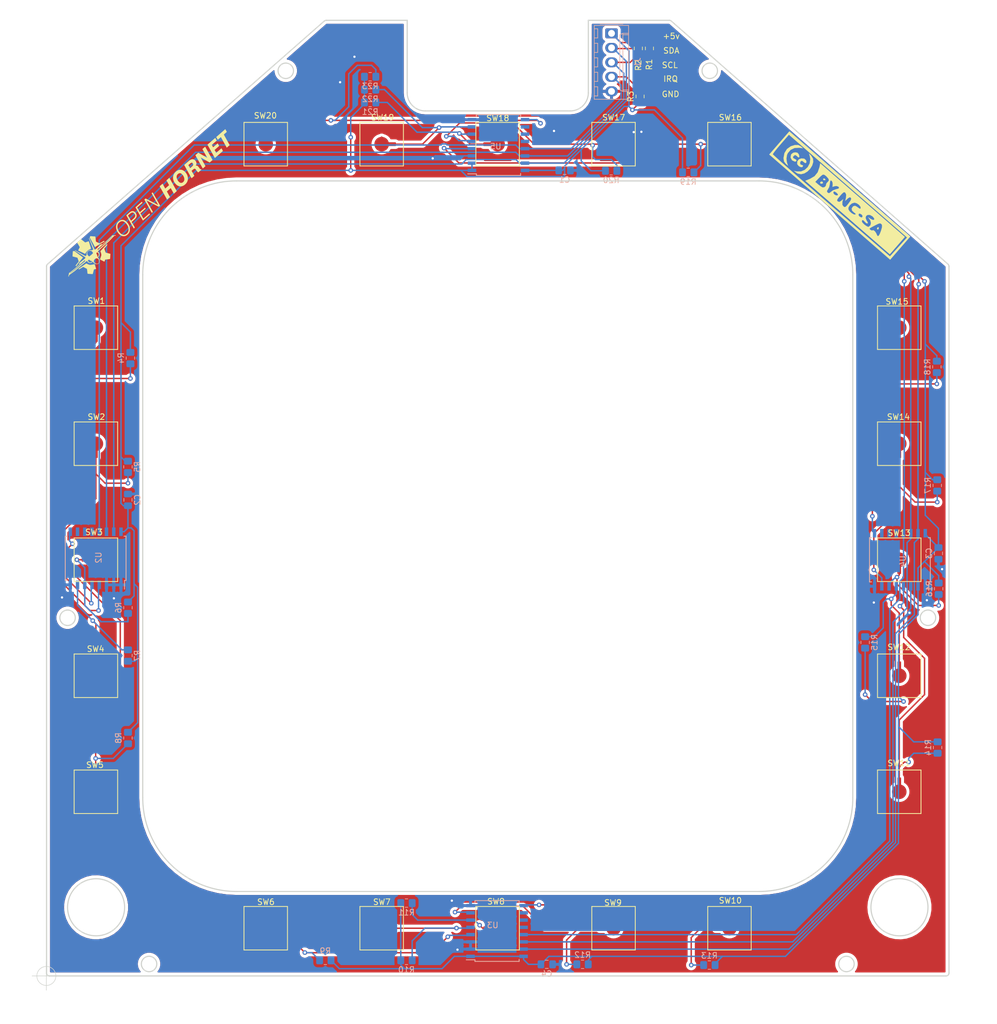
<source format=kicad_pcb>
(kicad_pcb (version 20171130) (host pcbnew "(5.1.7)-1")
  (layers (0 F.Cu signal) (31 B.Cu signal) (34 B.Paste user) (35 F.Paste user) (36 B.SilkS user) (37 F.SilkS user) (38 B.Mask user) (39 F.Mask user) (44 Edge.Cuts user))
  (net 0 "")
  (net 1 +5V)
  (net 2 SDA)
  (net 3 SCL)
  (net 4 IRQ)
  (net 5 GND)
  (net 6 "Net-(R4-Pad2)")
  (net 7 "Net-(R5-Pad2)")
  (net 8 "Net-(R6-Pad2)")
  (net 9 "Net-(R7-Pad2)")
  (net 10 "Net-(R8-Pad2)")
  (net 11 "Net-(R9-Pad2)")
  (net 12 "Net-(R10-Pad2)")
  (net 13 "Net-(R11-Pad2)")
  (net 14 "Net-(R12-Pad2)")
  (net 15 "Net-(R13-Pad2)")
  (net 16 "Net-(R14-Pad2)")
  (net 17 "Net-(R15-Pad2)")
  (net 18 "Net-(R16-Pad2)")
  (net 19 "Net-(R17-Pad2)")
  (net 20 "Net-(R18-Pad2)")
  (net 21 "Net-(R19-Pad2)")
  (net 22 "Net-(R20-Pad2)")
  (net 23 "Net-(R21-Pad2)")
  (net 24 "Net-(R22-Pad2)")
  (net 25 "Net-(R23-Pad2)")
  (net 26 "Net-(U2-Pad10)")
  (net 27 "Net-(U2-Pad11)")
  (net 28 "Net-(U2-Pad12)")
  (net 29 "Net-(U3-Pad12)")
  (net 30 "Net-(U3-Pad11)")
  (net 31 "Net-(U3-Pad10)")
  (net 32 "Net-(U4-Pad12)")
  (net 33 "Net-(U4-Pad11)")
  (net 34 "Net-(U4-Pad10)")
  (net 35 "Net-(U5-Pad10)")
  (net 36 "Net-(U5-Pad11)")
  (net 37 "Net-(U5-Pad12)")
  (module Resistor_SMD:R_0805_2012Metric_Pad1.20x1.40mm_HandSolder (layer B.Cu) (at 74.022 19.03)
    (fp_text reference R23 (at 0 1.65) (layer B.SilkS) (effects (justify mirror)))
    (fp_text value 10k)
    (pad 2 smd roundrect (at 1 0) (size 1.2 1.4) (layers B.Cu B.Paste B.Mask) (roundrect_rratio 0.208333) (net 25 "Net-(R23-Pad2)"))
    (pad 1 smd roundrect (at -1 0) (size 1.2 1.4) (layers B.Cu B.Paste B.Mask) (roundrect_rratio 0.208333) (net 1 +5V))
  )
  (module Resistor_SMD:R_0805_2012Metric_Pad1.20x1.40mm_HandSolder (layer B.Cu) (at 74.022 21.28)
    (fp_text reference R22 (at 0 1.65) (layer B.SilkS) (effects (justify mirror)))
    (fp_text value 10k)
    (pad 2 smd roundrect (at 1 0) (size 1.2 1.4) (layers B.Cu B.Paste B.Mask) (roundrect_rratio 0.208333) (net 24 "Net-(R22-Pad2)"))
    (pad 1 smd roundrect (at -1 0) (size 1.2 1.4) (layers B.Cu B.Paste B.Mask) (roundrect_rratio 0.208333) (net 1 +5V))
  )
  (module Resistor_SMD:R_0805_2012Metric_Pad1.20x1.40mm_HandSolder (layer B.Cu) (at 74.022 23.53)
    (fp_text reference R21 (at 0 1.65) (layer B.SilkS) (effects (justify mirror)))
    (fp_text value 10k)
    (pad 2 smd roundrect (at 1 0) (size 1.2 1.4) (layers B.Cu B.Paste B.Mask) (roundrect_rratio 0.208333) (net 23 "Net-(R21-Pad2)"))
    (pad 1 smd roundrect (at -1 0) (size 1.2 1.4) (layers B.Cu B.Paste B.Mask) (roundrect_rratio 0.208333) (net 1 +5V))
  )
  (module Resistor_SMD:R_0805_2012Metric_Pad1.20x1.40mm_HandSolder (layer B.Cu) (at 116.2685 35.4965)
    (fp_text reference R20 (at 0 1.65) (layer B.SilkS) (effects (justify mirror)))
    (fp_text value 10k)
    (pad 2 smd roundrect (at 1 0) (size 1.2 1.4) (layers B.Cu B.Paste B.Mask) (roundrect_rratio 0.208333) (net 22 "Net-(R20-Pad2)"))
    (pad 1 smd roundrect (at -1 0) (size 1.2 1.4) (layers B.Cu B.Paste B.Mask) (roundrect_rratio 0.208333) (net 1 +5V))
  )
  (module Resistor_SMD:R_0805_2012Metric_Pad1.20x1.40mm_HandSolder (layer B.Cu) (at 129.772 35.78)
    (fp_text reference R19 (at 0 1.65) (layer B.SilkS) (effects (justify mirror)))
    (fp_text value 10k)
    (pad 2 smd roundrect (at 1 0) (size 1.2 1.4) (layers B.Cu B.Paste B.Mask) (roundrect_rratio 0.208333) (net 21 "Net-(R19-Pad2)"))
    (pad 1 smd roundrect (at -1 0) (size 1.2 1.4) (layers B.Cu B.Paste B.Mask) (roundrect_rratio 0.208333) (net 1 +5V))
  )
  (module Resistor_SMD:R_0805_2012Metric_Pad1.20x1.40mm_HandSolder (layer B.Cu) (at 173.355 69.85 270)
    (fp_text reference R18 (at 0 1.65 90) (layer B.SilkS) (effects (justify mirror)))
    (fp_text value 10k)
    (pad 2 smd roundrect (at 1 0 270) (size 1.2 1.4) (layers B.Cu B.Paste B.Mask) (roundrect_rratio 0.208333) (net 20 "Net-(R18-Pad2)"))
    (pad 1 smd roundrect (at -1 0 270) (size 1.2 1.4) (layers B.Cu B.Paste B.Mask) (roundrect_rratio 0.208333) (net 1 +5V))
  )
  (module Resistor_SMD:R_0805_2012Metric_Pad1.20x1.40mm_HandSolder (layer B.Cu) (at 173.4185 90.6145 270)
    (fp_text reference R17 (at 0 1.65 90) (layer B.SilkS) (effects (justify mirror)))
    (fp_text value 10k)
    (pad 2 smd roundrect (at 1 0 270) (size 1.2 1.4) (layers B.Cu B.Paste B.Mask) (roundrect_rratio 0.208333) (net 19 "Net-(R17-Pad2)"))
    (pad 1 smd roundrect (at -1 0 270) (size 1.2 1.4) (layers B.Cu B.Paste B.Mask) (roundrect_rratio 0.208333) (net 1 +5V))
  )
  (module Resistor_SMD:R_0805_2012Metric_Pad1.20x1.40mm_HandSolder (layer B.Cu) (at 173.6725 108.712 270)
    (fp_text reference R16 (at 0 1.65 90) (layer B.SilkS) (effects (justify mirror)))
    (fp_text value 10k)
    (pad 2 smd roundrect (at 1 0 270) (size 1.2 1.4) (layers B.Cu B.Paste B.Mask) (roundrect_rratio 0.208333) (net 18 "Net-(R16-Pad2)"))
    (pad 1 smd roundrect (at -1 0 270) (size 1.2 1.4) (layers B.Cu B.Paste B.Mask) (roundrect_rratio 0.208333) (net 1 +5V))
  )
  (module Resistor_SMD:R_0805_2012Metric_Pad1.20x1.40mm_HandSolder (layer B.Cu) (at 160.782 118.11 90)
    (fp_text reference R15 (at 0 1.65 90) (layer B.SilkS) (effects (justify mirror)))
    (fp_text value 10k)
    (pad 2 smd roundrect (at 1 0 90) (size 1.2 1.4) (layers B.Cu B.Paste B.Mask) (roundrect_rratio 0.208333) (net 17 "Net-(R15-Pad2)"))
    (pad 1 smd roundrect (at -1 0 90) (size 1.2 1.4) (layers B.Cu B.Paste B.Mask) (roundrect_rratio 0.208333) (net 1 +5V))
  )
  (module Resistor_SMD:R_0805_2012Metric_Pad1.20x1.40mm_HandSolder (layer B.Cu) (at 173.482 136.525 270)
    (fp_text reference R14 (at 0 1.65 90) (layer B.SilkS) (effects (justify mirror)))
    (fp_text value 10k)
    (pad 2 smd roundrect (at 1 0 270) (size 1.2 1.4) (layers B.Cu B.Paste B.Mask) (roundrect_rratio 0.208333) (net 16 "Net-(R14-Pad2)"))
    (pad 1 smd roundrect (at -1 0 270) (size 1.2 1.4) (layers B.Cu B.Paste B.Mask) (roundrect_rratio 0.208333) (net 1 +5V))
  )
  (module Resistor_SMD:R_0805_2012Metric_Pad1.20x1.40mm_HandSolder (layer B.Cu) (at 133.477 174.625 180)
    (fp_text reference R13 (at 0 1.65) (layer B.SilkS) (effects (justify mirror)))
    (fp_text value 10k)
    (pad 2 smd roundrect (at 1 0 180) (size 1.2 1.4) (layers B.Cu B.Paste B.Mask) (roundrect_rratio 0.208333) (net 15 "Net-(R13-Pad2)"))
    (pad 1 smd roundrect (at -1 0 180) (size 1.2 1.4) (layers B.Cu B.Paste B.Mask) (roundrect_rratio 0.208333) (net 1 +5V))
  )
  (module Resistor_SMD:R_0805_2012Metric_Pad1.20x1.40mm_HandSolder (layer B.Cu) (at 111.252 174.498 180)
    (fp_text reference R12 (at 0 1.65) (layer B.SilkS) (effects (justify mirror)))
    (fp_text value 10k)
    (pad 2 smd roundrect (at 1 0 180) (size 1.2 1.4) (layers B.Cu B.Paste B.Mask) (roundrect_rratio 0.208333) (net 14 "Net-(R12-Pad2)"))
    (pad 1 smd roundrect (at -1 0 180) (size 1.2 1.4) (layers B.Cu B.Paste B.Mask) (roundrect_rratio 0.208333) (net 1 +5V))
  )
  (module Resistor_SMD:R_0805_2012Metric_Pad1.20x1.40mm_HandSolder (layer B.Cu) (at 80.391 163.7665)
    (fp_text reference R11 (at 0 1.65) (layer B.SilkS) (effects (justify mirror)))
    (fp_text value 10k)
    (pad 2 smd roundrect (at 1 0) (size 1.2 1.4) (layers B.Cu B.Paste B.Mask) (roundrect_rratio 0.208333) (net 13 "Net-(R11-Pad2)"))
    (pad 1 smd roundrect (at -1 0) (size 1.2 1.4) (layers B.Cu B.Paste B.Mask) (roundrect_rratio 0.208333) (net 1 +5V))
  )
  (module Resistor_SMD:R_0805_2012Metric_Pad1.20x1.40mm_HandSolder (layer B.Cu) (at 80.391 173.7995)
    (fp_text reference R10 (at 0 1.65) (layer B.SilkS) (effects (justify mirror)))
    (fp_text value 10k)
    (pad 2 smd roundrect (at 1 0) (size 1.2 1.4) (layers B.Cu B.Paste B.Mask) (roundrect_rratio 0.208333) (net 12 "Net-(R10-Pad2)"))
    (pad 1 smd roundrect (at -1 0) (size 1.2 1.4) (layers B.Cu B.Paste B.Mask) (roundrect_rratio 0.208333) (net 1 +5V))
  )
  (module Resistor_SMD:R_0805_2012Metric_Pad1.20x1.40mm_HandSolder (layer B.Cu) (at 66.167 173.7995 180)
    (fp_text reference R9 (at 0 1.65) (layer B.SilkS) (effects (justify mirror)))
    (fp_text value 10k)
    (pad 2 smd roundrect (at 1 0 180) (size 1.2 1.4) (layers B.Cu B.Paste B.Mask) (roundrect_rratio 0.208333) (net 11 "Net-(R9-Pad2)"))
    (pad 1 smd roundrect (at -1 0 180) (size 1.2 1.4) (layers B.Cu B.Paste B.Mask) (roundrect_rratio 0.208333) (net 1 +5V))
  )
  (module Resistor_SMD:R_0805_2012Metric_Pad1.20x1.40mm_HandSolder (layer B.Cu) (at 31.5722 134.858 270)
    (fp_text reference R8 (at 0 1.65 90) (layer B.SilkS) (effects (justify mirror)))
    (fp_text value 10k)
    (pad 2 smd roundrect (at 1 0 270) (size 1.2 1.4) (layers B.Cu B.Paste B.Mask) (roundrect_rratio 0.208333) (net 10 "Net-(R8-Pad2)"))
    (pad 1 smd roundrect (at -1 0 270) (size 1.2 1.4) (layers B.Cu B.Paste B.Mask) (roundrect_rratio 0.208333) (net 1 +5V))
  )
  (module Resistor_SMD:R_0805_2012Metric_Pad1.20x1.40mm_HandSolder (layer B.Cu) (at 31.5722 120.412 90)
    (fp_text reference R7 (at 0 1.65 90) (layer B.SilkS) (effects (justify mirror)))
    (fp_text value 10k)
    (pad 2 smd roundrect (at 1 0 90) (size 1.2 1.4) (layers B.Cu B.Paste B.Mask) (roundrect_rratio 0.208333) (net 9 "Net-(R7-Pad2)"))
    (pad 1 smd roundrect (at -1 0 90) (size 1.2 1.4) (layers B.Cu B.Paste B.Mask) (roundrect_rratio 0.208333) (net 1 +5V))
  )
  (module Resistor_SMD:R_0805_2012Metric_Pad1.20x1.40mm_HandSolder (layer B.Cu) (at 31.5722 112.03 270)
    (fp_text reference R6 (at 0 1.65 90) (layer B.SilkS) (effects (justify mirror)))
    (fp_text value 10k)
    (pad 2 smd roundrect (at 1 0 270) (size 1.2 1.4) (layers B.Cu B.Paste B.Mask) (roundrect_rratio 0.208333) (net 8 "Net-(R6-Pad2)"))
    (pad 1 smd roundrect (at -1 0 270) (size 1.2 1.4) (layers B.Cu B.Paste B.Mask) (roundrect_rratio 0.208333) (net 1 +5V))
  )
  (module Resistor_SMD:R_0805_2012Metric_Pad1.20x1.40mm_HandSolder (layer B.Cu) (at 31.5722 87.36 270)
    (fp_text reference R5 (at 0 -1.6383 90) (layer B.SilkS) (effects (justify mirror)))
    (fp_text value 10k)
    (pad 2 smd roundrect (at 1 0 270) (size 1.2 1.4) (layers B.Cu B.Paste B.Mask) (roundrect_rratio 0.208333) (net 7 "Net-(R5-Pad2)"))
    (pad 1 smd roundrect (at -1 0 270) (size 1.2 1.4) (layers B.Cu B.Paste B.Mask) (roundrect_rratio 0.208333) (net 1 +5V))
  )
  (module Resistor_SMD:R_0805_2012Metric_Pad1.20x1.40mm_HandSolder (layer B.Cu) (at 32.004 68.31 270)
    (fp_text reference R4 (at 0 1.65 90) (layer B.SilkS) (effects (justify mirror)))
    (fp_text value 10k)
    (pad 2 smd roundrect (at 1 0 270) (size 1.2 1.4) (layers B.Cu B.Paste B.Mask) (roundrect_rratio 0.208333) (net 6 "Net-(R4-Pad2)"))
    (pad 1 smd roundrect (at -1 0 270) (size 1.2 1.4) (layers B.Cu B.Paste B.Mask) (roundrect_rratio 0.208333) (net 1 +5V))
  )
  (module "KiCAD Libraries:CC-BY-NC-SA-Small" (layer F.Cu) (at 156.272 39.78 319)
    (fp_text reference G*** hide)
    (fp_text value LOGO hide)
  )
  (module "KiCAD Libraries:OH_LOGO_37.7mm_5.9mm" (layer F.Cu) (at 35.022 41.28 41)
    (fp_text reference G*** hide)
    (fp_text value LOGO hide)
  )
  (module "KiCAD Libraries:SWITCH_SNAP_DOME_6.3mm_DIA_SINGLE_SIDE_PCB" (layer F.Cu) (at 76.042 30.84)
    (fp_text reference SW19 (at 0.158 -4.678 180) (layer F.SilkS))
    (fp_text value SW_Push)
    (pad 2 smd custom (at 2.4 -1.6) (size 1.09 0.608) (layers F.Cu F.Paste F.Mask) (net 5 GND) (options (clearance outline) (anchor rect)) (primitives (gr_poly (pts (xy 0.4956 0.2284) (xy 0.4956 -0.2796) (xy -0.114 -1.2956) (xy -4.7368 -1.2956) (xy -5.2956 -0.3304) (xy -5.2956 3.4796) (xy -4.686 4.4956) (xy -0.114 4.4956) (xy 0.4956 3.4796) (xy 0.4956 2.9716) (xy -0.4696 2.9716) (xy -0.4696 3.5304) (xy -4.3304 3.5304) (xy -4.3304 -0.3304) (xy -0.4696 -0.3304) (xy -0.4696 0.2284)) (width 0.15))))
    (pad 1 smd custom (at 1.25 0) (size 2.45 0.64) (layers F.Cu F.Paste F.Mask) (net 24 "Net-(R22-Pad2)") (options (clearance outline) (anchor rect)) (primitives (gr_line (start 1.163 0.254) (end -0.107 0.254) (width 0.15)) (gr_line (start -0.107 0.254) (end -0.107 -0.254) (width 0.15)) (gr_line (start -0.107 -0.254) (end 1.163 -0.254) (width 0.15)) (gr_line (start 1.163 -0.254) (end 1.163 0.254) (width 0.15)) (gr_poly (pts (xy 0.02 -0.254) (xy 1.163 -0.254) (xy 1.163 0.254) (xy 0.02 0.254)) (width 0.15)) (gr_circle (center -1.25 0) (end -0.045172 0) (width 0.15)) (gr_poly (pts (xy -1.25 -1.143) (xy -0.488 -0.889) (xy -0.107 -0.254) (xy -0.234 0.508) (xy -0.742 1.016) (xy -1.377 1.143) (xy -2.012 0.889) (xy -2.266 0.381) (xy -2.393 -0.127) (xy -2.139 -0.762) (xy -1.631 -1.016)) (width 0.15))))
  )
  (module "KiCAD Libraries:SWITCH_SNAP_DOME_6.3mm_DIA_SINGLE_SIDE_PCB" (layer F.Cu) (at 25.952 62.99 270)
    (fp_text reference SW1 (at -4.697 -0.083) (layer F.SilkS))
    (fp_text value SW_Push)
    (pad 2 smd custom (at 2.4 -1.6 270) (size 1.09 0.608) (layers F.Cu F.Paste F.Mask) (net 5 GND) (options (clearance outline) (anchor rect)) (primitives (gr_poly (pts (xy 0.4956 0.2284) (xy 0.4956 -0.2796) (xy -0.114 -1.2956) (xy -4.7368 -1.2956) (xy -5.2956 -0.3304) (xy -5.2956 3.4796) (xy -4.686 4.4956) (xy -0.114 4.4956) (xy 0.4956 3.4796) (xy 0.4956 2.9716) (xy -0.4696 2.9716) (xy -0.4696 3.5304) (xy -4.3304 3.5304) (xy -4.3304 -0.3304) (xy -0.4696 -0.3304) (xy -0.4696 0.2284)) (width 0.15))))
    (pad 1 smd custom (at 1.25 0 270) (size 2.45 0.64) (layers F.Cu F.Paste F.Mask) (net 6 "Net-(R4-Pad2)") (options (clearance outline) (anchor rect)) (primitives (gr_line (start 1.163 0.254) (end -0.107 0.254) (width 0.15)) (gr_line (start -0.107 0.254) (end -0.107 -0.254) (width 0.15)) (gr_line (start -0.107 -0.254) (end 1.163 -0.254) (width 0.15)) (gr_line (start 1.163 -0.254) (end 1.163 0.254) (width 0.15)) (gr_poly (pts (xy 0.02 -0.254) (xy 1.163 -0.254) (xy 1.163 0.254) (xy 0.02 0.254)) (width 0.15)) (gr_circle (center -1.25 0) (end -0.045172 0) (width 0.15)) (gr_poly (pts (xy -1.25 -1.143) (xy -0.488 -0.889) (xy -0.107 -0.254) (xy -0.234 0.508) (xy -0.742 1.016) (xy -1.377 1.143) (xy -2.012 0.889) (xy -2.266 0.381) (xy -2.393 -0.127) (xy -2.139 -0.762) (xy -1.631 -1.016)) (width 0.15))))
  )
  (module "KiCAD Libraries:SWITCH_SNAP_DOME_6.3mm_DIA_SINGLE_SIDE_PCB" (layer F.Cu) (at 25.952 83.31 270)
    (fp_text reference SW2 (at -4.697 -0.083) (layer F.SilkS))
    (fp_text value SW_Push)
    (pad 2 smd custom (at 2.4 -1.6 270) (size 1.09 0.608) (layers F.Cu F.Paste F.Mask) (net 5 GND) (options (clearance outline) (anchor rect)) (primitives (gr_poly (pts (xy 0.4956 0.2284) (xy 0.4956 -0.2796) (xy -0.114 -1.2956) (xy -4.7368 -1.2956) (xy -5.2956 -0.3304) (xy -5.2956 3.4796) (xy -4.686 4.4956) (xy -0.114 4.4956) (xy 0.4956 3.4796) (xy 0.4956 2.9716) (xy -0.4696 2.9716) (xy -0.4696 3.5304) (xy -4.3304 3.5304) (xy -4.3304 -0.3304) (xy -0.4696 -0.3304) (xy -0.4696 0.2284)) (width 0.15))))
    (pad 1 smd custom (at 1.25 0 270) (size 2.45 0.64) (layers F.Cu F.Paste F.Mask) (net 7 "Net-(R5-Pad2)") (options (clearance outline) (anchor rect)) (primitives (gr_line (start 1.163 0.254) (end -0.107 0.254) (width 0.15)) (gr_line (start -0.107 0.254) (end -0.107 -0.254) (width 0.15)) (gr_line (start -0.107 -0.254) (end 1.163 -0.254) (width 0.15)) (gr_line (start 1.163 -0.254) (end 1.163 0.254) (width 0.15)) (gr_poly (pts (xy 0.02 -0.254) (xy 1.163 -0.254) (xy 1.163 0.254) (xy 0.02 0.254)) (width 0.15)) (gr_circle (center -1.25 0) (end -0.045172 0) (width 0.15)) (gr_poly (pts (xy -1.25 -1.143) (xy -0.488 -0.889) (xy -0.107 -0.254) (xy -0.234 0.508) (xy -0.742 1.016) (xy -1.377 1.143) (xy -2.012 0.889) (xy -2.266 0.381) (xy -2.393 -0.127) (xy -2.139 -0.762) (xy -1.631 -1.016)) (width 0.15))))
  )
  (module "KiCAD Libraries:SWITCH_SNAP_DOME_6.3mm_DIA_SINGLE_SIDE_PCB" (layer F.Cu) (at 25.952 103.63 180)
    (fp_text reference SW3 (at 0.337 4.828) (layer F.SilkS))
    (fp_text value SW_Push)
    (pad 2 smd custom (at 2.4 -1.6 180) (size 1.09 0.608) (layers F.Cu F.Paste F.Mask) (net 5 GND) (options (clearance outline) (anchor rect)) (primitives (gr_poly (pts (xy 0.4956 0.2284) (xy 0.4956 -0.2796) (xy -0.114 -1.2956) (xy -4.7368 -1.2956) (xy -5.2956 -0.3304) (xy -5.2956 3.4796) (xy -4.686 4.4956) (xy -0.114 4.4956) (xy 0.4956 3.4796) (xy 0.4956 2.9716) (xy -0.4696 2.9716) (xy -0.4696 3.5304) (xy -4.3304 3.5304) (xy -4.3304 -0.3304) (xy -0.4696 -0.3304) (xy -0.4696 0.2284)) (width 0.15))))
    (pad 1 smd custom (at 1.25 0 180) (size 2.45 0.64) (layers F.Cu F.Paste F.Mask) (net 8 "Net-(R6-Pad2)") (options (clearance outline) (anchor rect)) (primitives (gr_line (start 1.163 0.254) (end -0.107 0.254) (width 0.15)) (gr_line (start -0.107 0.254) (end -0.107 -0.254) (width 0.15)) (gr_line (start -0.107 -0.254) (end 1.163 -0.254) (width 0.15)) (gr_line (start 1.163 -0.254) (end 1.163 0.254) (width 0.15)) (gr_poly (pts (xy 0.02 -0.254) (xy 1.163 -0.254) (xy 1.163 0.254) (xy 0.02 0.254)) (width 0.15)) (gr_circle (center -1.25 0) (end -0.045172 0) (width 0.15)) (gr_poly (pts (xy -1.25 -1.143) (xy -0.488 -0.889) (xy -0.107 -0.254) (xy -0.234 0.508) (xy -0.742 1.016) (xy -1.377 1.143) (xy -2.012 0.889) (xy -2.266 0.381) (xy -2.393 -0.127) (xy -2.139 -0.762) (xy -1.631 -1.016)) (width 0.15))))
  )
  (module "KiCAD Libraries:SWITCH_SNAP_DOME_6.3mm_DIA_SINGLE_SIDE_PCB" (layer F.Cu) (at 25.952 123.95 90)
    (fp_text reference SW4 (at 4.697 -0.044 180) (layer F.SilkS))
    (fp_text value SW_Push)
    (pad 2 smd custom (at 2.4 -1.6 90) (size 1.09 0.608) (layers F.Cu F.Paste F.Mask) (net 5 GND) (options (clearance outline) (anchor rect)) (primitives (gr_poly (pts (xy 0.4956 0.2284) (xy 0.4956 -0.2796) (xy -0.114 -1.2956) (xy -4.7368 -1.2956) (xy -5.2956 -0.3304) (xy -5.2956 3.4796) (xy -4.686 4.4956) (xy -0.114 4.4956) (xy 0.4956 3.4796) (xy 0.4956 2.9716) (xy -0.4696 2.9716) (xy -0.4696 3.5304) (xy -4.3304 3.5304) (xy -4.3304 -0.3304) (xy -0.4696 -0.3304) (xy -0.4696 0.2284)) (width 0.15))))
    (pad 1 smd custom (at 1.25 0 90) (size 2.45 0.64) (layers F.Cu F.Paste F.Mask) (net 9 "Net-(R7-Pad2)") (options (clearance outline) (anchor rect)) (primitives (gr_line (start 1.163 0.254) (end -0.107 0.254) (width 0.15)) (gr_line (start -0.107 0.254) (end -0.107 -0.254) (width 0.15)) (gr_line (start -0.107 -0.254) (end 1.163 -0.254) (width 0.15)) (gr_line (start 1.163 -0.254) (end 1.163 0.254) (width 0.15)) (gr_poly (pts (xy 0.02 -0.254) (xy 1.163 -0.254) (xy 1.163 0.254) (xy 0.02 0.254)) (width 0.15)) (gr_circle (center -1.25 0) (end -0.045172 0) (width 0.15)) (gr_poly (pts (xy -1.25 -1.143) (xy -0.488 -0.889) (xy -0.107 -0.254) (xy -0.234 0.508) (xy -0.742 1.016) (xy -1.377 1.143) (xy -2.012 0.889) (xy -2.266 0.381) (xy -2.393 -0.127) (xy -2.139 -0.762) (xy -1.631 -1.016)) (width 0.15))))
  )
  (module "KiCAD Libraries:SWITCH_SNAP_DOME_6.3mm_DIA_SINGLE_SIDE_PCB" (layer F.Cu) (at 25.952 144.27 90)
    (fp_text reference SW5 (at 4.697 -0.171 180) (layer F.SilkS))
    (fp_text value SW_Push)
    (pad 2 smd custom (at 2.4 -1.6 90) (size 1.09 0.608) (layers F.Cu F.Paste F.Mask) (net 5 GND) (options (clearance outline) (anchor rect)) (primitives (gr_poly (pts (xy 0.4956 0.2284) (xy 0.4956 -0.2796) (xy -0.114 -1.2956) (xy -4.7368 -1.2956) (xy -5.2956 -0.3304) (xy -5.2956 3.4796) (xy -4.686 4.4956) (xy -0.114 4.4956) (xy 0.4956 3.4796) (xy 0.4956 2.9716) (xy -0.4696 2.9716) (xy -0.4696 3.5304) (xy -4.3304 3.5304) (xy -4.3304 -0.3304) (xy -0.4696 -0.3304) (xy -0.4696 0.2284)) (width 0.15))))
    (pad 1 smd custom (at 1.25 0 90) (size 2.45 0.64) (layers F.Cu F.Paste F.Mask) (net 10 "Net-(R8-Pad2)") (options (clearance outline) (anchor rect)) (primitives (gr_line (start 1.163 0.254) (end -0.107 0.254) (width 0.15)) (gr_line (start -0.107 0.254) (end -0.107 -0.254) (width 0.15)) (gr_line (start -0.107 -0.254) (end 1.163 -0.254) (width 0.15)) (gr_line (start 1.163 -0.254) (end 1.163 0.254) (width 0.15)) (gr_poly (pts (xy 0.02 -0.254) (xy 1.163 -0.254) (xy 1.163 0.254) (xy 0.02 0.254)) (width 0.15)) (gr_circle (center -1.25 0) (end -0.045172 0) (width 0.15)) (gr_poly (pts (xy -1.25 -1.143) (xy -0.488 -0.889) (xy -0.107 -0.254) (xy -0.234 0.508) (xy -0.742 1.016) (xy -1.377 1.143) (xy -2.012 0.889) (xy -2.266 0.381) (xy -2.393 -0.127) (xy -2.139 -0.762) (xy -1.631 -1.016)) (width 0.15))))
  )
  (module "KiCAD Libraries:SWITCH_SNAP_DOME_6.3mm_DIA_SINGLE_SIDE_PCB" (layer F.Cu) (at 55.722 168.17)
    (fp_text reference SW6 (at 0.031 -4.594 180) (layer F.SilkS))
    (fp_text value SW_Push)
    (pad 2 smd custom (at 2.4 -1.6) (size 1.09 0.608) (layers F.Cu F.Paste F.Mask) (net 5 GND) (options (clearance outline) (anchor rect)) (primitives (gr_poly (pts (xy 0.4956 0.2284) (xy 0.4956 -0.2796) (xy -0.114 -1.2956) (xy -4.7368 -1.2956) (xy -5.2956 -0.3304) (xy -5.2956 3.4796) (xy -4.686 4.4956) (xy -0.114 4.4956) (xy 0.4956 3.4796) (xy 0.4956 2.9716) (xy -0.4696 2.9716) (xy -0.4696 3.5304) (xy -4.3304 3.5304) (xy -4.3304 -0.3304) (xy -0.4696 -0.3304) (xy -0.4696 0.2284)) (width 0.15))))
    (pad 1 smd custom (at 1.25 0) (size 2.45 0.64) (layers F.Cu F.Paste F.Mask) (net 11 "Net-(R9-Pad2)") (options (clearance outline) (anchor rect)) (primitives (gr_line (start 1.163 0.254) (end -0.107 0.254) (width 0.15)) (gr_line (start -0.107 0.254) (end -0.107 -0.254) (width 0.15)) (gr_line (start -0.107 -0.254) (end 1.163 -0.254) (width 0.15)) (gr_line (start 1.163 -0.254) (end 1.163 0.254) (width 0.15)) (gr_poly (pts (xy 0.02 -0.254) (xy 1.163 -0.254) (xy 1.163 0.254) (xy 0.02 0.254)) (width 0.15)) (gr_circle (center -1.25 0) (end -0.045172 0) (width 0.15)) (gr_poly (pts (xy -1.25 -1.143) (xy -0.488 -0.889) (xy -0.107 -0.254) (xy -0.234 0.508) (xy -0.742 1.016) (xy -1.377 1.143) (xy -2.012 0.889) (xy -2.266 0.381) (xy -2.393 -0.127) (xy -2.139 -0.762) (xy -1.631 -1.016)) (width 0.15))))
  )
  (module "KiCAD Libraries:SWITCH_SNAP_DOME_6.3mm_DIA_SINGLE_SIDE_PCB" (layer F.Cu) (at 76.042 168.17)
    (fp_text reference SW7 (at 0.031 -4.594 180) (layer F.SilkS))
    (fp_text value SW_Push)
    (pad 2 smd custom (at 2.4 -1.6) (size 1.09 0.608) (layers F.Cu F.Paste F.Mask) (net 5 GND) (options (clearance outline) (anchor rect)) (primitives (gr_poly (pts (xy 0.4956 0.2284) (xy 0.4956 -0.2796) (xy -0.114 -1.2956) (xy -4.7368 -1.2956) (xy -5.2956 -0.3304) (xy -5.2956 3.4796) (xy -4.686 4.4956) (xy -0.114 4.4956) (xy 0.4956 3.4796) (xy 0.4956 2.9716) (xy -0.4696 2.9716) (xy -0.4696 3.5304) (xy -4.3304 3.5304) (xy -4.3304 -0.3304) (xy -0.4696 -0.3304) (xy -0.4696 0.2284)) (width 0.15))))
    (pad 1 smd custom (at 1.25 0) (size 2.45 0.64) (layers F.Cu F.Paste F.Mask) (net 12 "Net-(R10-Pad2)") (options (clearance outline) (anchor rect)) (primitives (gr_line (start 1.163 0.254) (end -0.107 0.254) (width 0.15)) (gr_line (start -0.107 0.254) (end -0.107 -0.254) (width 0.15)) (gr_line (start -0.107 -0.254) (end 1.163 -0.254) (width 0.15)) (gr_line (start 1.163 -0.254) (end 1.163 0.254) (width 0.15)) (gr_poly (pts (xy 0.02 -0.254) (xy 1.163 -0.254) (xy 1.163 0.254) (xy 0.02 0.254)) (width 0.15)) (gr_circle (center -1.25 0) (end -0.045172 0) (width 0.15)) (gr_poly (pts (xy -1.25 -1.143) (xy -0.488 -0.889) (xy -0.107 -0.254) (xy -0.234 0.508) (xy -0.742 1.016) (xy -1.377 1.143) (xy -2.012 0.889) (xy -2.266 0.381) (xy -2.393 -0.127) (xy -2.139 -0.762) (xy -1.631 -1.016)) (width 0.15))))
  )
  (module "KiCAD Libraries:SWITCH_SNAP_DOME_6.3mm_DIA_SINGLE_SIDE_PCB" (layer F.Cu) (at 96.362 168.17 180)
    (fp_text reference SW8 (at 0.285 4.677) (layer F.SilkS))
    (fp_text value SW_Push)
    (pad 2 smd custom (at 2.4 -1.6 180) (size 1.09 0.608) (layers F.Cu F.Paste F.Mask) (net 5 GND) (options (clearance outline) (anchor rect)) (primitives (gr_poly (pts (xy 0.4956 0.2284) (xy 0.4956 -0.2796) (xy -0.114 -1.2956) (xy -4.7368 -1.2956) (xy -5.2956 -0.3304) (xy -5.2956 3.4796) (xy -4.686 4.4956) (xy -0.114 4.4956) (xy 0.4956 3.4796) (xy 0.4956 2.9716) (xy -0.4696 2.9716) (xy -0.4696 3.5304) (xy -4.3304 3.5304) (xy -4.3304 -0.3304) (xy -0.4696 -0.3304) (xy -0.4696 0.2284)) (width 0.15))))
    (pad 1 smd custom (at 1.25 0 180) (size 2.45 0.64) (layers F.Cu F.Paste F.Mask) (net 13 "Net-(R11-Pad2)") (options (clearance outline) (anchor rect)) (primitives (gr_line (start 1.163 0.254) (end -0.107 0.254) (width 0.15)) (gr_line (start -0.107 0.254) (end -0.107 -0.254) (width 0.15)) (gr_line (start -0.107 -0.254) (end 1.163 -0.254) (width 0.15)) (gr_line (start 1.163 -0.254) (end 1.163 0.254) (width 0.15)) (gr_poly (pts (xy 0.02 -0.254) (xy 1.163 -0.254) (xy 1.163 0.254) (xy 0.02 0.254)) (width 0.15)) (gr_circle (center -1.25 0) (end -0.045172 0) (width 0.15)) (gr_poly (pts (xy -1.25 -1.143) (xy -0.488 -0.889) (xy -0.107 -0.254) (xy -0.234 0.508) (xy -0.742 1.016) (xy -1.377 1.143) (xy -2.012 0.889) (xy -2.266 0.381) (xy -2.393 -0.127) (xy -2.139 -0.762) (xy -1.631 -1.016)) (width 0.15))))
  )
  (module "KiCAD Libraries:SWITCH_SNAP_DOME_6.3mm_DIA_SINGLE_SIDE_PCB" (layer F.Cu) (at 116.682 168.17 180)
    (fp_text reference SW9 (at 0.096 4.467) (layer F.SilkS))
    (fp_text value SW_Push)
    (pad 2 smd custom (at 2.4 -1.6 180) (size 1.09 0.608) (layers F.Cu F.Paste F.Mask) (net 5 GND) (options (clearance outline) (anchor rect)) (primitives (gr_poly (pts (xy 0.4956 0.2284) (xy 0.4956 -0.2796) (xy -0.114 -1.2956) (xy -4.7368 -1.2956) (xy -5.2956 -0.3304) (xy -5.2956 3.4796) (xy -4.686 4.4956) (xy -0.114 4.4956) (xy 0.4956 3.4796) (xy 0.4956 2.9716) (xy -0.4696 2.9716) (xy -0.4696 3.5304) (xy -4.3304 3.5304) (xy -4.3304 -0.3304) (xy -0.4696 -0.3304) (xy -0.4696 0.2284)) (width 0.15))))
    (pad 1 smd custom (at 1.25 0 180) (size 2.45 0.64) (layers F.Cu F.Paste F.Mask) (net 14 "Net-(R12-Pad2)") (options (clearance outline) (anchor rect)) (primitives (gr_line (start 1.163 0.254) (end -0.107 0.254) (width 0.15)) (gr_line (start -0.107 0.254) (end -0.107 -0.254) (width 0.15)) (gr_line (start -0.107 -0.254) (end 1.163 -0.254) (width 0.15)) (gr_line (start 1.163 -0.254) (end 1.163 0.254) (width 0.15)) (gr_poly (pts (xy 0.02 -0.254) (xy 1.163 -0.254) (xy 1.163 0.254) (xy 0.02 0.254)) (width 0.15)) (gr_circle (center -1.25 0) (end -0.045172 0) (width 0.15)) (gr_poly (pts (xy -1.25 -1.143) (xy -0.488 -0.889) (xy -0.107 -0.254) (xy -0.234 0.508) (xy -0.742 1.016) (xy -1.377 1.143) (xy -2.012 0.889) (xy -2.266 0.381) (xy -2.393 -0.127) (xy -2.139 -0.762) (xy -1.631 -1.016)) (width 0.15))))
  )
  (module "KiCAD Libraries:SWITCH_SNAP_DOME_6.3mm_DIA_SINGLE_SIDE_PCB" (layer F.Cu) (at 137.002 168.17 180)
    (fp_text reference SW10 (at -0.158 4.848) (layer F.SilkS))
    (fp_text value SW_Push)
    (pad 2 smd custom (at 2.4 -1.6 180) (size 1.09 0.608) (layers F.Cu F.Paste F.Mask) (net 5 GND) (options (clearance outline) (anchor rect)) (primitives (gr_poly (pts (xy 0.4956 0.2284) (xy 0.4956 -0.2796) (xy -0.114 -1.2956) (xy -4.7368 -1.2956) (xy -5.2956 -0.3304) (xy -5.2956 3.4796) (xy -4.686 4.4956) (xy -0.114 4.4956) (xy 0.4956 3.4796) (xy 0.4956 2.9716) (xy -0.4696 2.9716) (xy -0.4696 3.5304) (xy -4.3304 3.5304) (xy -4.3304 -0.3304) (xy -0.4696 -0.3304) (xy -0.4696 0.2284)) (width 0.15))))
    (pad 1 smd custom (at 1.25 0 180) (size 2.45 0.64) (layers F.Cu F.Paste F.Mask) (net 15 "Net-(R13-Pad2)") (options (clearance outline) (anchor rect)) (primitives (gr_line (start 1.163 0.254) (end -0.107 0.254) (width 0.15)) (gr_line (start -0.107 0.254) (end -0.107 -0.254) (width 0.15)) (gr_line (start -0.107 -0.254) (end 1.163 -0.254) (width 0.15)) (gr_line (start 1.163 -0.254) (end 1.163 0.254) (width 0.15)) (gr_poly (pts (xy 0.02 -0.254) (xy 1.163 -0.254) (xy 1.163 0.254) (xy 0.02 0.254)) (width 0.15)) (gr_circle (center -1.25 0) (end -0.045172 0) (width 0.15)) (gr_poly (pts (xy -1.25 -1.143) (xy -0.488 -0.889) (xy -0.107 -0.254) (xy -0.234 0.508) (xy -0.742 1.016) (xy -1.377 1.143) (xy -2.012 0.889) (xy -2.266 0.381) (xy -2.393 -0.127) (xy -2.139 -0.762) (xy -1.631 -1.016)) (width 0.15))))
  )
  (module "KiCAD Libraries:SWITCH_SNAP_DOME_6.3mm_DIA_SINGLE_SIDE_PCB" (layer F.Cu) (at 166.762 144.27 90)
    (fp_text reference SW11 (at 5.008 -0.056 180) (layer F.SilkS))
    (fp_text value SW_Push)
    (pad 2 smd custom (at 2.4 -1.6 90) (size 1.09 0.608) (layers F.Cu F.Paste F.Mask) (net 5 GND) (options (clearance outline) (anchor rect)) (primitives (gr_poly (pts (xy 0.4956 0.2284) (xy 0.4956 -0.2796) (xy -0.114 -1.2956) (xy -4.7368 -1.2956) (xy -5.2956 -0.3304) (xy -5.2956 3.4796) (xy -4.686 4.4956) (xy -0.114 4.4956) (xy 0.4956 3.4796) (xy 0.4956 2.9716) (xy -0.4696 2.9716) (xy -0.4696 3.5304) (xy -4.3304 3.5304) (xy -4.3304 -0.3304) (xy -0.4696 -0.3304) (xy -0.4696 0.2284)) (width 0.15))))
    (pad 1 smd custom (at 1.25 0 90) (size 2.45 0.64) (layers F.Cu F.Paste F.Mask) (net 16 "Net-(R14-Pad2)") (options (clearance outline) (anchor rect)) (primitives (gr_line (start 1.163 0.254) (end -0.107 0.254) (width 0.15)) (gr_line (start -0.107 0.254) (end -0.107 -0.254) (width 0.15)) (gr_line (start -0.107 -0.254) (end 1.163 -0.254) (width 0.15)) (gr_line (start 1.163 -0.254) (end 1.163 0.254) (width 0.15)) (gr_poly (pts (xy 0.02 -0.254) (xy 1.163 -0.254) (xy 1.163 0.254) (xy 0.02 0.254)) (width 0.15)) (gr_circle (center -1.25 0) (end -0.045172 0) (width 0.15)) (gr_poly (pts (xy -1.25 -1.143) (xy -0.488 -0.889) (xy -0.107 -0.254) (xy -0.234 0.508) (xy -0.742 1.016) (xy -1.377 1.143) (xy -2.012 0.889) (xy -2.266 0.381) (xy -2.393 -0.127) (xy -2.139 -0.762) (xy -1.631 -1.016)) (width 0.15))))
  )
  (module "KiCAD Libraries:SWITCH_SNAP_DOME_6.3mm_DIA_SINGLE_SIDE_PCB" (layer F.Cu) (at 166.762 123.95 90)
    (fp_text reference SW12 (at 5.008 -0.056 180) (layer F.SilkS))
    (fp_text value SW_Push)
    (pad 2 smd custom (at 2.4 -1.6 90) (size 1.09 0.608) (layers F.Cu F.Paste F.Mask) (net 5 GND) (options (clearance outline) (anchor rect)) (primitives (gr_poly (pts (xy 0.4956 0.2284) (xy 0.4956 -0.2796) (xy -0.114 -1.2956) (xy -4.7368 -1.2956) (xy -5.2956 -0.3304) (xy -5.2956 3.4796) (xy -4.686 4.4956) (xy -0.114 4.4956) (xy 0.4956 3.4796) (xy 0.4956 2.9716) (xy -0.4696 2.9716) (xy -0.4696 3.5304) (xy -4.3304 3.5304) (xy -4.3304 -0.3304) (xy -0.4696 -0.3304) (xy -0.4696 0.2284)) (width 0.15))))
    (pad 1 smd custom (at 1.25 0 90) (size 2.45 0.64) (layers F.Cu F.Paste F.Mask) (net 17 "Net-(R15-Pad2)") (options (clearance outline) (anchor rect)) (primitives (gr_line (start 1.163 0.254) (end -0.107 0.254) (width 0.15)) (gr_line (start -0.107 0.254) (end -0.107 -0.254) (width 0.15)) (gr_line (start -0.107 -0.254) (end 1.163 -0.254) (width 0.15)) (gr_line (start 1.163 -0.254) (end 1.163 0.254) (width 0.15)) (gr_poly (pts (xy 0.02 -0.254) (xy 1.163 -0.254) (xy 1.163 0.254) (xy 0.02 0.254)) (width 0.15)) (gr_circle (center -1.25 0) (end -0.045172 0) (width 0.15)) (gr_poly (pts (xy -1.25 -1.143) (xy -0.488 -0.889) (xy -0.107 -0.254) (xy -0.234 0.508) (xy -0.742 1.016) (xy -1.377 1.143) (xy -2.012 0.889) (xy -2.266 0.381) (xy -2.393 -0.127) (xy -2.139 -0.762) (xy -1.631 -1.016)) (width 0.15))))
  )
  (module "KiCAD Libraries:SWITCH_SNAP_DOME_6.3mm_DIA_SINGLE_SIDE_PCB" (layer F.Cu) (at 166.762 103.63 270)
    (fp_text reference SW13 (at -4.697 0.011 180) (layer F.SilkS))
    (fp_text value SW_Push)
    (pad 2 smd custom (at 2.4 -1.6 270) (size 1.09 0.608) (layers F.Cu F.Paste F.Mask) (net 5 GND) (options (clearance outline) (anchor rect)) (primitives (gr_poly (pts (xy 0.4956 0.2284) (xy 0.4956 -0.2796) (xy -0.114 -1.2956) (xy -4.7368 -1.2956) (xy -5.2956 -0.3304) (xy -5.2956 3.4796) (xy -4.686 4.4956) (xy -0.114 4.4956) (xy 0.4956 3.4796) (xy 0.4956 2.9716) (xy -0.4696 2.9716) (xy -0.4696 3.5304) (xy -4.3304 3.5304) (xy -4.3304 -0.3304) (xy -0.4696 -0.3304) (xy -0.4696 0.2284)) (width 0.15))))
    (pad 1 smd custom (at 1.25 0 270) (size 2.45 0.64) (layers F.Cu F.Paste F.Mask) (net 18 "Net-(R16-Pad2)") (options (clearance outline) (anchor rect)) (primitives (gr_line (start 1.163 0.254) (end -0.107 0.254) (width 0.15)) (gr_line (start -0.107 0.254) (end -0.107 -0.254) (width 0.15)) (gr_line (start -0.107 -0.254) (end 1.163 -0.254) (width 0.15)) (gr_line (start 1.163 -0.254) (end 1.163 0.254) (width 0.15)) (gr_poly (pts (xy 0.02 -0.254) (xy 1.163 -0.254) (xy 1.163 0.254) (xy 0.02 0.254)) (width 0.15)) (gr_circle (center -1.25 0) (end -0.045172 0) (width 0.15)) (gr_poly (pts (xy -1.25 -1.143) (xy -0.488 -0.889) (xy -0.107 -0.254) (xy -0.234 0.508) (xy -0.742 1.016) (xy -1.377 1.143) (xy -2.012 0.889) (xy -2.266 0.381) (xy -2.393 -0.127) (xy -2.139 -0.762) (xy -1.631 -1.016)) (width 0.15))))
  )
  (module "KiCAD Libraries:SWITCH_SNAP_DOME_6.3mm_DIA_SINGLE_SIDE_PCB" (layer F.Cu) (at 166.762 83.31 270)
    (fp_text reference SW14 (at -4.697 0.138) (layer F.SilkS))
    (fp_text value SW_Push)
    (pad 2 smd custom (at 2.4 -1.6 270) (size 1.09 0.608) (layers F.Cu F.Paste F.Mask) (net 5 GND) (options (clearance outline) (anchor rect)) (primitives (gr_poly (pts (xy 0.4956 0.2284) (xy 0.4956 -0.2796) (xy -0.114 -1.2956) (xy -4.7368 -1.2956) (xy -5.2956 -0.3304) (xy -5.2956 3.4796) (xy -4.686 4.4956) (xy -0.114 4.4956) (xy 0.4956 3.4796) (xy 0.4956 2.9716) (xy -0.4696 2.9716) (xy -0.4696 3.5304) (xy -4.3304 3.5304) (xy -4.3304 -0.3304) (xy -0.4696 -0.3304) (xy -0.4696 0.2284)) (width 0.15))))
    (pad 1 smd custom (at 1.25 0 270) (size 2.45 0.64) (layers F.Cu F.Paste F.Mask) (net 19 "Net-(R17-Pad2)") (options (clearance outline) (anchor rect)) (primitives (gr_line (start 1.163 0.254) (end -0.107 0.254) (width 0.15)) (gr_line (start -0.107 0.254) (end -0.107 -0.254) (width 0.15)) (gr_line (start -0.107 -0.254) (end 1.163 -0.254) (width 0.15)) (gr_line (start 1.163 -0.254) (end 1.163 0.254) (width 0.15)) (gr_poly (pts (xy 0.02 -0.254) (xy 1.163 -0.254) (xy 1.163 0.254) (xy 0.02 0.254)) (width 0.15)) (gr_circle (center -1.25 0) (end -0.045172 0) (width 0.15)) (gr_poly (pts (xy -1.25 -1.143) (xy -0.488 -0.889) (xy -0.107 -0.254) (xy -0.234 0.508) (xy -0.742 1.016) (xy -1.377 1.143) (xy -2.012 0.889) (xy -2.266 0.381) (xy -2.393 -0.127) (xy -2.139 -0.762) (xy -1.631 -1.016)) (width 0.15))))
  )
  (module "KiCAD Libraries:SWITCH_SNAP_DOME_6.3mm_DIA_SINGLE_SIDE_PCB" (layer F.Cu) (at 166.762 62.99 180)
    (fp_text reference SW15 (at 0.392 4.57) (layer F.SilkS))
    (fp_text value SW_Push)
    (pad 2 smd custom (at 2.4 -1.6 180) (size 1.09 0.608) (layers F.Cu F.Paste F.Mask) (net 5 GND) (options (clearance outline) (anchor rect)) (primitives (gr_poly (pts (xy 0.4956 0.2284) (xy 0.4956 -0.2796) (xy -0.114 -1.2956) (xy -4.7368 -1.2956) (xy -5.2956 -0.3304) (xy -5.2956 3.4796) (xy -4.686 4.4956) (xy -0.114 4.4956) (xy 0.4956 3.4796) (xy 0.4956 2.9716) (xy -0.4696 2.9716) (xy -0.4696 3.5304) (xy -4.3304 3.5304) (xy -4.3304 -0.3304) (xy -0.4696 -0.3304) (xy -0.4696 0.2284)) (width 0.15))))
    (pad 1 smd custom (at 1.25 0 180) (size 2.45 0.64) (layers F.Cu F.Paste F.Mask) (net 20 "Net-(R18-Pad2)") (options (clearance outline) (anchor rect)) (primitives (gr_line (start 1.163 0.254) (end -0.107 0.254) (width 0.15)) (gr_line (start -0.107 0.254) (end -0.107 -0.254) (width 0.15)) (gr_line (start -0.107 -0.254) (end 1.163 -0.254) (width 0.15)) (gr_line (start 1.163 -0.254) (end 1.163 0.254) (width 0.15)) (gr_poly (pts (xy 0.02 -0.254) (xy 1.163 -0.254) (xy 1.163 0.254) (xy 0.02 0.254)) (width 0.15)) (gr_circle (center -1.25 0) (end -0.045172 0) (width 0.15)) (gr_poly (pts (xy -1.25 -1.143) (xy -0.488 -0.889) (xy -0.107 -0.254) (xy -0.234 0.508) (xy -0.742 1.016) (xy -1.377 1.143) (xy -2.012 0.889) (xy -2.266 0.381) (xy -2.393 -0.127) (xy -2.139 -0.762) (xy -1.631 -1.016)) (width 0.15))))
  )
  (module "KiCAD Libraries:SWITCH_SNAP_DOME_6.3mm_DIA_SINGLE_SIDE_PCB" (layer F.Cu) (at 137.002 30.84 180)
    (fp_text reference SW16 (at -0.158 4.678) (layer F.SilkS))
    (fp_text value SW_Push)
    (pad 2 smd custom (at 2.4 -1.6 180) (size 1.09 0.608) (layers F.Cu F.Paste F.Mask) (net 5 GND) (options (clearance outline) (anchor rect)) (primitives (gr_poly (pts (xy 0.4956 0.2284) (xy 0.4956 -0.2796) (xy -0.114 -1.2956) (xy -4.7368 -1.2956) (xy -5.2956 -0.3304) (xy -5.2956 3.4796) (xy -4.686 4.4956) (xy -0.114 4.4956) (xy 0.4956 3.4796) (xy 0.4956 2.9716) (xy -0.4696 2.9716) (xy -0.4696 3.5304) (xy -4.3304 3.5304) (xy -4.3304 -0.3304) (xy -0.4696 -0.3304) (xy -0.4696 0.2284)) (width 0.15))))
    (pad 1 smd custom (at 1.25 0 180) (size 2.45 0.64) (layers F.Cu F.Paste F.Mask) (net 21 "Net-(R19-Pad2)") (options (clearance outline) (anchor rect)) (primitives (gr_line (start 1.163 0.254) (end -0.107 0.254) (width 0.15)) (gr_line (start -0.107 0.254) (end -0.107 -0.254) (width 0.15)) (gr_line (start -0.107 -0.254) (end 1.163 -0.254) (width 0.15)) (gr_line (start 1.163 -0.254) (end 1.163 0.254) (width 0.15)) (gr_poly (pts (xy 0.02 -0.254) (xy 1.163 -0.254) (xy 1.163 0.254) (xy 0.02 0.254)) (width 0.15)) (gr_circle (center -1.25 0) (end -0.045172 0) (width 0.15)) (gr_poly (pts (xy -1.25 -1.143) (xy -0.488 -0.889) (xy -0.107 -0.254) (xy -0.234 0.508) (xy -0.742 1.016) (xy -1.377 1.143) (xy -2.012 0.889) (xy -2.266 0.381) (xy -2.393 -0.127) (xy -2.139 -0.762) (xy -1.631 -1.016)) (width 0.15))))
  )
  (module "KiCAD Libraries:SWITCH_SNAP_DOME_6.3mm_DIA_SINGLE_SIDE_PCB" (layer F.Cu) (at 116.682 30.84 180)
    (fp_text reference SW17 (at -0.031 4.678) (layer F.SilkS))
    (fp_text value SW_Push)
    (pad 2 smd custom (at 2.4 -1.6 180) (size 1.09 0.608) (layers F.Cu F.Paste F.Mask) (net 5 GND) (options (clearance outline) (anchor rect)) (primitives (gr_poly (pts (xy 0.4956 0.2284) (xy 0.4956 -0.2796) (xy -0.114 -1.2956) (xy -4.7368 -1.2956) (xy -5.2956 -0.3304) (xy -5.2956 3.4796) (xy -4.686 4.4956) (xy -0.114 4.4956) (xy 0.4956 3.4796) (xy 0.4956 2.9716) (xy -0.4696 2.9716) (xy -0.4696 3.5304) (xy -4.3304 3.5304) (xy -4.3304 -0.3304) (xy -0.4696 -0.3304) (xy -0.4696 0.2284)) (width 0.15))))
    (pad 1 smd custom (at 1.25 0 180) (size 2.45 0.64) (layers F.Cu F.Paste F.Mask) (net 22 "Net-(R20-Pad2)") (options (clearance outline) (anchor rect)) (primitives (gr_line (start 1.163 0.254) (end -0.107 0.254) (width 0.15)) (gr_line (start -0.107 0.254) (end -0.107 -0.254) (width 0.15)) (gr_line (start -0.107 -0.254) (end 1.163 -0.254) (width 0.15)) (gr_line (start 1.163 -0.254) (end 1.163 0.254) (width 0.15)) (gr_poly (pts (xy 0.02 -0.254) (xy 1.163 -0.254) (xy 1.163 0.254) (xy 0.02 0.254)) (width 0.15)) (gr_circle (center -1.25 0) (end -0.045172 0) (width 0.15)) (gr_poly (pts (xy -1.25 -1.143) (xy -0.488 -0.889) (xy -0.107 -0.254) (xy -0.234 0.508) (xy -0.742 1.016) (xy -1.377 1.143) (xy -2.012 0.889) (xy -2.266 0.381) (xy -2.393 -0.127) (xy -2.139 -0.762) (xy -1.631 -1.016)) (width 0.15))))
  )
  (module "KiCAD Libraries:SWITCH_SNAP_DOME_6.3mm_DIA_SINGLE_SIDE_PCB" (layer F.Cu) (at 96.362 30.84 180)
    (fp_text reference SW18 (at -0.031 4.551) (layer F.SilkS))
    (fp_text value SW_Push)
    (pad 2 smd custom (at 2.4 -1.6 180) (size 1.09 0.608) (layers F.Cu F.Paste F.Mask) (net 5 GND) (options (clearance outline) (anchor rect)) (primitives (gr_poly (pts (xy 0.4956 0.2284) (xy 0.4956 -0.2796) (xy -0.114 -1.2956) (xy -4.7368 -1.2956) (xy -5.2956 -0.3304) (xy -5.2956 3.4796) (xy -4.686 4.4956) (xy -0.114 4.4956) (xy 0.4956 3.4796) (xy 0.4956 2.9716) (xy -0.4696 2.9716) (xy -0.4696 3.5304) (xy -4.3304 3.5304) (xy -4.3304 -0.3304) (xy -0.4696 -0.3304) (xy -0.4696 0.2284)) (width 0.15))))
    (pad 1 smd custom (at 1.25 0 180) (size 2.45 0.64) (layers F.Cu F.Paste F.Mask) (net 23 "Net-(R21-Pad2)") (options (clearance outline) (anchor rect)) (primitives (gr_line (start 1.163 0.254) (end -0.107 0.254) (width 0.15)) (gr_line (start -0.107 0.254) (end -0.107 -0.254) (width 0.15)) (gr_line (start -0.107 -0.254) (end 1.163 -0.254) (width 0.15)) (gr_line (start 1.163 -0.254) (end 1.163 0.254) (width 0.15)) (gr_poly (pts (xy 0.02 -0.254) (xy 1.163 -0.254) (xy 1.163 0.254) (xy 0.02 0.254)) (width 0.15)) (gr_circle (center -1.25 0) (end -0.045172 0) (width 0.15)) (gr_poly (pts (xy -1.25 -1.143) (xy -0.488 -0.889) (xy -0.107 -0.254) (xy -0.234 0.508) (xy -0.742 1.016) (xy -1.377 1.143) (xy -2.012 0.889) (xy -2.266 0.381) (xy -2.393 -0.127) (xy -2.139 -0.762) (xy -1.631 -1.016)) (width 0.15))))
  )
  (module "KiCAD Libraries:SWITCH_SNAP_DOME_6.3mm_DIA_SINGLE_SIDE_PCB" (layer F.Cu) (at 55.722 30.84 90)
    (fp_text reference SW20 (at 5.008 -0.056 180) (layer F.SilkS))
    (fp_text value SW_Push)
    (pad 2 smd custom (at 2.4 -1.6 90) (size 1.09 0.608) (layers F.Cu F.Paste F.Mask) (net 5 GND) (options (clearance outline) (anchor rect)) (primitives (gr_poly (pts (xy 0.4956 0.2284) (xy 0.4956 -0.2796) (xy -0.114 -1.2956) (xy -4.7368 -1.2956) (xy -5.2956 -0.3304) (xy -5.2956 3.4796) (xy -4.686 4.4956) (xy -0.114 4.4956) (xy 0.4956 3.4796) (xy 0.4956 2.9716) (xy -0.4696 2.9716) (xy -0.4696 3.5304) (xy -4.3304 3.5304) (xy -4.3304 -0.3304) (xy -0.4696 -0.3304) (xy -0.4696 0.2284)) (width 0.15))))
    (pad 1 smd custom (at 1.25 0 90) (size 2.45 0.64) (layers F.Cu F.Paste F.Mask) (net 25 "Net-(R23-Pad2)") (options (clearance outline) (anchor rect)) (primitives (gr_line (start 1.163 0.254) (end -0.107 0.254) (width 0.15)) (gr_line (start -0.107 0.254) (end -0.107 -0.254) (width 0.15)) (gr_line (start -0.107 -0.254) (end 1.163 -0.254) (width 0.15)) (gr_line (start 1.163 -0.254) (end 1.163 0.254) (width 0.15)) (gr_poly (pts (xy 0.02 -0.254) (xy 1.163 -0.254) (xy 1.163 0.254) (xy 0.02 0.254)) (width 0.15)) (gr_circle (center -1.25 0) (end -0.045172 0) (width 0.15)) (gr_poly (pts (xy -1.25 -1.143) (xy -0.488 -0.889) (xy -0.107 -0.254) (xy -0.234 0.508) (xy -0.742 1.016) (xy -1.377 1.143) (xy -2.012 0.889) (xy -2.266 0.381) (xy -2.393 -0.127) (xy -2.139 -0.762) (xy -1.631 -1.016)) (width 0.15))))
  )
  (module Connector_Molex:Molex_KK-254_AE-6410-05A_1x05_P2.54mm_Vertical (layer B.Cu) (at 116.332 11.43 270)
    (fp_text reference J1 (at 5.08 -4.572 270) (layer B.SilkS) (effects (justify mirror)))
    (fp_text value ExpansionPort)
    (pad 1 thru_hole roundrect (at 0 0 270) (size 1.74 2.2) (drill 1.2) (layers *.Cu *.Mask) (roundrect_rratio 0.143678) (net 1 +5V))
    (pad 2 thru_hole oval (at 2.54 0 270) (size 1.74 2.2) (drill 1.2) (layers *.Cu *.Mask) (net 2 SDA))
    (pad 3 thru_hole oval (at 5.08 0 270) (size 1.74 2.2) (drill 1.2) (layers *.Cu *.Mask) (net 3 SCL))
    (pad 4 thru_hole oval (at 7.62 0 270) (size 1.74 2.2) (drill 1.2) (layers *.Cu *.Mask) (net 4 IRQ))
    (pad 5 thru_hole oval (at 10.16 0 270) (size 1.74 2.2) (drill 1.2) (layers *.Cu *.Mask) (net 5 GND))
  )
  (module Package_SO:SOIC-16W_7.5x10.3mm_P1.27mm (layer B.Cu) (at 25.908 103.378 90)
    (fp_text reference U2 (at 0.127 0.508 90) (layer B.SilkS) (effects (justify mirror)))
    (fp_text value TCA9534)
    (pad 1 smd rect (at -4.65 4.445 90) (size 1.5 0.6) (layers B.Cu B.Paste B.Mask) (net 5 GND))
    (pad 2 smd rect (at -4.65 3.175 90) (size 1.5 0.6) (layers B.Cu B.Paste B.Mask) (net 5 GND))
    (pad 3 smd rect (at -4.65 1.905 90) (size 1.5 0.6) (layers B.Cu B.Paste B.Mask) (net 5 GND))
    (pad 4 smd rect (at -4.65 0.635 90) (size 1.5 0.6) (layers B.Cu B.Paste B.Mask) (net 6 "Net-(R4-Pad2)"))
    (pad 5 smd rect (at -4.65 -0.635 90) (size 1.5 0.6) (layers B.Cu B.Paste B.Mask) (net 7 "Net-(R5-Pad2)"))
    (pad 6 smd rect (at -4.65 -1.905 90) (size 1.5 0.6) (layers B.Cu B.Paste B.Mask) (net 8 "Net-(R6-Pad2)"))
    (pad 7 smd rect (at -4.65 -3.175 90) (size 1.5 0.6) (layers B.Cu B.Paste B.Mask) (net 9 "Net-(R7-Pad2)"))
    (pad 8 smd rect (at -4.65 -4.445 90) (size 1.5 0.6) (layers B.Cu B.Paste B.Mask) (net 5 GND))
    (pad 9 smd rect (at 4.65 -4.445 90) (size 1.5 0.6) (layers B.Cu B.Paste B.Mask) (net 10 "Net-(R8-Pad2)"))
    (pad 10 smd rect (at 4.65 -3.175 90) (size 1.5 0.6) (layers B.Cu B.Paste B.Mask) (net 26 "Net-(U2-Pad10)"))
    (pad 11 smd rect (at 4.65 -1.905 90) (size 1.5 0.6) (layers B.Cu B.Paste B.Mask) (net 27 "Net-(U2-Pad11)"))
    (pad 12 smd rect (at 4.65 -0.635 90) (size 1.5 0.6) (layers B.Cu B.Paste B.Mask) (net 28 "Net-(U2-Pad12)"))
    (pad 13 smd rect (at 4.65 0.635 90) (size 1.5 0.6) (layers B.Cu B.Paste B.Mask) (net 4 IRQ))
    (pad 14 smd rect (at 4.65 1.905 90) (size 1.5 0.6) (layers B.Cu B.Paste B.Mask) (net 3 SCL))
    (pad 15 smd rect (at 4.65 3.175 90) (size 1.5 0.6) (layers B.Cu B.Paste B.Mask) (net 2 SDA))
    (pad 16 smd rect (at 4.65 4.445 90) (size 1.5 0.6) (layers B.Cu B.Paste B.Mask) (net 1 +5V))
  )
  (module Package_SO:SOIC-16W_7.5x10.3mm_P1.27mm (layer B.Cu) (at 96.266 168.656)
    (fp_text reference U3 (at -0.762 -1.016) (layer B.SilkS) (effects (justify mirror)))
    (fp_text value TCA9534)
    (pad 16 smd rect (at 4.65 4.445) (size 1.5 0.6) (layers B.Cu B.Paste B.Mask) (net 1 +5V))
    (pad 15 smd rect (at 4.65 3.175) (size 1.5 0.6) (layers B.Cu B.Paste B.Mask) (net 2 SDA))
    (pad 14 smd rect (at 4.65 1.905) (size 1.5 0.6) (layers B.Cu B.Paste B.Mask) (net 3 SCL))
    (pad 13 smd rect (at 4.65 0.635) (size 1.5 0.6) (layers B.Cu B.Paste B.Mask) (net 4 IRQ))
    (pad 12 smd rect (at 4.65 -0.635) (size 1.5 0.6) (layers B.Cu B.Paste B.Mask) (net 29 "Net-(U3-Pad12)"))
    (pad 11 smd rect (at 4.65 -1.905) (size 1.5 0.6) (layers B.Cu B.Paste B.Mask) (net 30 "Net-(U3-Pad11)"))
    (pad 10 smd rect (at 4.65 -3.175) (size 1.5 0.6) (layers B.Cu B.Paste B.Mask) (net 31 "Net-(U3-Pad10)"))
    (pad 9 smd rect (at 4.65 -4.445) (size 1.5 0.6) (layers B.Cu B.Paste B.Mask) (net 15 "Net-(R13-Pad2)"))
    (pad 8 smd rect (at -4.65 -4.445) (size 1.5 0.6) (layers B.Cu B.Paste B.Mask) (net 5 GND))
    (pad 7 smd rect (at -4.65 -3.175) (size 1.5 0.6) (layers B.Cu B.Paste B.Mask) (net 14 "Net-(R12-Pad2)"))
    (pad 6 smd rect (at -4.65 -1.905) (size 1.5 0.6) (layers B.Cu B.Paste B.Mask) (net 13 "Net-(R11-Pad2)"))
    (pad 5 smd rect (at -4.65 -0.635) (size 1.5 0.6) (layers B.Cu B.Paste B.Mask) (net 12 "Net-(R10-Pad2)"))
    (pad 4 smd rect (at -4.65 0.635) (size 1.5 0.6) (layers B.Cu B.Paste B.Mask) (net 11 "Net-(R9-Pad2)"))
    (pad 3 smd rect (at -4.65 1.905) (size 1.5 0.6) (layers B.Cu B.Paste B.Mask) (net 5 GND))
    (pad 2 smd rect (at -4.65 3.175) (size 1.5 0.6) (layers B.Cu B.Paste B.Mask) (net 5 GND))
    (pad 1 smd rect (at -4.65 4.445) (size 1.5 0.6) (layers B.Cu B.Paste B.Mask) (net 1 +5V))
  )
  (module Package_SO:SOIC-16W_7.5x10.3mm_P1.27mm (layer B.Cu) (at 166.878 103.632 90)
    (fp_text reference U4 (at -0.254 0.508 90) (layer B.SilkS) (effects (justify mirror)))
    (fp_text value TCA9534)
    (pad 16 smd rect (at 4.65 4.445 90) (size 1.5 0.6) (layers B.Cu B.Paste B.Mask) (net 1 +5V))
    (pad 15 smd rect (at 4.65 3.175 90) (size 1.5 0.6) (layers B.Cu B.Paste B.Mask) (net 2 SDA))
    (pad 14 smd rect (at 4.65 1.905 90) (size 1.5 0.6) (layers B.Cu B.Paste B.Mask) (net 3 SCL))
    (pad 13 smd rect (at 4.65 0.635 90) (size 1.5 0.6) (layers B.Cu B.Paste B.Mask) (net 4 IRQ))
    (pad 12 smd rect (at 4.65 -0.635 90) (size 1.5 0.6) (layers B.Cu B.Paste B.Mask) (net 32 "Net-(U4-Pad12)"))
    (pad 11 smd rect (at 4.65 -1.905 90) (size 1.5 0.6) (layers B.Cu B.Paste B.Mask) (net 33 "Net-(U4-Pad11)"))
    (pad 10 smd rect (at 4.65 -3.175 90) (size 1.5 0.6) (layers B.Cu B.Paste B.Mask) (net 34 "Net-(U4-Pad10)"))
    (pad 9 smd rect (at 4.65 -4.445 90) (size 1.5 0.6) (layers B.Cu B.Paste B.Mask) (net 20 "Net-(R18-Pad2)"))
    (pad 8 smd rect (at -4.65 -4.445 90) (size 1.5 0.6) (layers B.Cu B.Paste B.Mask) (net 5 GND))
    (pad 7 smd rect (at -4.65 -3.175 90) (size 1.5 0.6) (layers B.Cu B.Paste B.Mask) (net 19 "Net-(R17-Pad2)"))
    (pad 6 smd rect (at -4.65 -1.905 90) (size 1.5 0.6) (layers B.Cu B.Paste B.Mask) (net 18 "Net-(R16-Pad2)"))
    (pad 5 smd rect (at -4.65 -0.635 90) (size 1.5 0.6) (layers B.Cu B.Paste B.Mask) (net 17 "Net-(R15-Pad2)"))
    (pad 4 smd rect (at -4.65 0.635 90) (size 1.5 0.6) (layers B.Cu B.Paste B.Mask) (net 16 "Net-(R14-Pad2)"))
    (pad 3 smd rect (at -4.65 1.905 90) (size 1.5 0.6) (layers B.Cu B.Paste B.Mask) (net 5 GND))
    (pad 2 smd rect (at -4.65 3.175 90) (size 1.5 0.6) (layers B.Cu B.Paste B.Mask) (net 1 +5V))
    (pad 1 smd rect (at -4.65 4.445 90) (size 1.5 0.6) (layers B.Cu B.Paste B.Mask) (net 5 GND))
  )
  (module Package_SO:SOIC-16W_7.5x10.3mm_P1.27mm (layer B.Cu) (at 96.52 30.988)
    (fp_text reference U5 (at -0.508 0.254) (layer B.SilkS) (effects (justify mirror)))
    (fp_text value TCA9534)
    (pad 1 smd rect (at -4.65 4.445) (size 1.5 0.6) (layers B.Cu B.Paste B.Mask) (net 1 +5V))
    (pad 2 smd rect (at -4.65 3.175) (size 1.5 0.6) (layers B.Cu B.Paste B.Mask) (net 1 +5V))
    (pad 3 smd rect (at -4.65 1.905) (size 1.5 0.6) (layers B.Cu B.Paste B.Mask) (net 5 GND))
    (pad 4 smd rect (at -4.65 0.635) (size 1.5 0.6) (layers B.Cu B.Paste B.Mask) (net 21 "Net-(R19-Pad2)"))
    (pad 5 smd rect (at -4.65 -0.635) (size 1.5 0.6) (layers B.Cu B.Paste B.Mask) (net 22 "Net-(R20-Pad2)"))
    (pad 6 smd rect (at -4.65 -1.905) (size 1.5 0.6) (layers B.Cu B.Paste B.Mask) (net 23 "Net-(R21-Pad2)"))
    (pad 7 smd rect (at -4.65 -3.175) (size 1.5 0.6) (layers B.Cu B.Paste B.Mask) (net 24 "Net-(R22-Pad2)"))
    (pad 8 smd rect (at -4.65 -4.445) (size 1.5 0.6) (layers B.Cu B.Paste B.Mask) (net 5 GND))
    (pad 9 smd rect (at 4.65 -4.445) (size 1.5 0.6) (layers B.Cu B.Paste B.Mask) (net 25 "Net-(R23-Pad2)"))
    (pad 10 smd rect (at 4.65 -3.175) (size 1.5 0.6) (layers B.Cu B.Paste B.Mask) (net 35 "Net-(U5-Pad10)"))
    (pad 11 smd rect (at 4.65 -1.905) (size 1.5 0.6) (layers B.Cu B.Paste B.Mask) (net 36 "Net-(U5-Pad11)"))
    (pad 12 smd rect (at 4.65 -0.635) (size 1.5 0.6) (layers B.Cu B.Paste B.Mask) (net 37 "Net-(U5-Pad12)"))
    (pad 13 smd rect (at 4.65 0.635) (size 1.5 0.6) (layers B.Cu B.Paste B.Mask) (net 4 IRQ))
    (pad 14 smd rect (at 4.65 1.905) (size 1.5 0.6) (layers B.Cu B.Paste B.Mask) (net 3 SCL))
    (pad 15 smd rect (at 4.65 3.175) (size 1.5 0.6) (layers B.Cu B.Paste B.Mask) (net 2 SDA))
    (pad 16 smd rect (at 4.65 4.445) (size 1.5 0.6) (layers B.Cu B.Paste B.Mask) (net 1 +5V))
  )
  (module Resistor_SMD:R_0805_2012Metric_Pad1.15x1.40mm_HandSolder (layer F.Cu) (at 122.976999 14.067001 270)
    (fp_text reference R1 (at 2.823999 0.040999 270) (layer F.SilkS))
    (fp_text value 10k)
    (pad 2 smd roundrect (at 1.025 0 270) (size 1.15 1.4) (layers F.Cu F.Paste F.Mask) (roundrect_rratio 0.217391) (net 2 SDA))
    (pad 1 smd roundrect (at -1.025 0 270) (size 1.15 1.4) (layers F.Cu F.Paste F.Mask) (roundrect_rratio 0.217391) (net 1 +5V))
  )
  (module Resistor_SMD:R_0805_2012Metric_Pad1.15x1.40mm_HandSolder (layer F.Cu) (at 121.026999 14.067001 270)
    (fp_text reference R2 (at 2.950999 -0.004001 270) (layer F.SilkS))
    (fp_text value 10k)
    (pad 1 smd roundrect (at -1.025 0 270) (size 1.15 1.4) (layers F.Cu F.Paste F.Mask) (roundrect_rratio 0.217391) (net 1 +5V))
    (pad 2 smd roundrect (at 1.025 0 270) (size 1.15 1.4) (layers F.Cu F.Paste F.Mask) (roundrect_rratio 0.217391) (net 3 SCL))
  )
  (module Capacitor_SMD:C_0805_2012Metric_Pad1.15x1.40mm_HandSolder (layer B.Cu) (at 108.1024 35.433)
    (fp_text reference C1 (at 0 1.65) (layer B.SilkS) (effects (justify mirror)))
    (fp_text value 47uF)
    (pad 1 smd roundrect (at -1.025 0) (size 1.15 1.4) (layers B.Cu B.Paste B.Mask) (roundrect_rratio 0.217391) (net 1 +5V))
    (pad 2 smd roundrect (at 1.025 0) (size 1.15 1.4) (layers B.Cu B.Paste B.Mask) (roundrect_rratio 0.217391) (net 5 GND))
  )
  (module Capacitor_SMD:C_0805_2012Metric_Pad1.15x1.40mm_HandSolder (layer B.Cu) (at 31.5722 93.1418 90)
    (fp_text reference C2 (at 0 1.65 90) (layer B.SilkS) (effects (justify mirror)))
    (fp_text value 47uF)
    (pad 2 smd roundrect (at 1.025 0 90) (size 1.15 1.4) (layers B.Cu B.Paste B.Mask) (roundrect_rratio 0.217391) (net 5 GND))
    (pad 1 smd roundrect (at -1.025 0 90) (size 1.15 1.4) (layers B.Cu B.Paste B.Mask) (roundrect_rratio 0.217391) (net 1 +5V))
  )
  (module Capacitor_SMD:C_0805_2012Metric_Pad1.15x1.40mm_HandSolder (layer B.Cu) (at 173.6344 102.5144 270)
    (fp_text reference C3 (at 0 1.65 90) (layer B.SilkS) (effects (justify mirror)))
    (fp_text value 47uF)
    (pad 1 smd roundrect (at -1.025 0 270) (size 1.15 1.4) (layers B.Cu B.Paste B.Mask) (roundrect_rratio 0.217391) (net 1 +5V))
    (pad 2 smd roundrect (at 1.025 0 270) (size 1.15 1.4) (layers B.Cu B.Paste B.Mask) (roundrect_rratio 0.217391) (net 5 GND))
  )
  (module Capacitor_SMD:C_0805_2012Metric_Pad1.15x1.40mm_HandSolder (layer B.Cu) (at 104.9782 174.498)
    (fp_text reference C4 (at 0 1.65) (layer B.SilkS) (effects (justify mirror)))
    (fp_text value 47uF)
    (pad 2 smd roundrect (at 1.025 0) (size 1.15 1.4) (layers B.Cu B.Paste B.Mask) (roundrect_rratio 0.217391) (net 5 GND))
    (pad 1 smd roundrect (at -1.025 0) (size 1.15 1.4) (layers B.Cu B.Paste B.Mask) (roundrect_rratio 0.217391) (net 1 +5V))
  )
  (module Resistor_SMD:R_0805_2012Metric_Pad1.15x1.40mm_HandSolder (layer F.Cu) (at 121.3358 22.479 90)
    (fp_text reference R3 (at 0 -1.65 90) (layer F.SilkS))
    (fp_text value 10k)
    (pad 1 smd roundrect (at -1.025 0 90) (size 1.15 1.4) (layers F.Cu F.Paste F.Mask) (roundrect_rratio 0.217391) (net 1 +5V))
    (pad 2 smd roundrect (at 1.025 0 90) (size 1.15 1.4) (layers F.Cu F.Paste F.Mask) (roundrect_rratio 0.217391) (net 4 IRQ))
  )
  (gr_text GND (at 126.682379 22.079313) (layer F.SilkS) (effects (font (size 1 1))))
  (gr_text IRQ (at 126.682379 19.412313) (layer F.SilkS) (effects (font (size 1 1))))
  (gr_text SCL (at 126.555379 16.999313) (layer F.SilkS) (effects (font (size 1 1))))
  (gr_text SDA (at 126.809379 14.459313) (layer F.SilkS) (effects (font (size 1 1))))
  (gr_text +5v (at 126.809379 11.919313) (layer F.SilkS) (effects (font (size 1 1))))
  (gr_circle (center 25.98738 164.5031) (end 30.98738 164.5031) (layer Edge.Cuts) (width 0.2))
  (gr_circle (center 59.234683 17.986375) (end 60.587233 17.986375) (layer Edge.Cuts) (width 0.2))
  (gr_line (start 83.693 25.019) (end 109.093 25.019) (layer Edge.Cuts) (width 0.2))
  (gr_arc (start 109.093 21.844) (end 109.093 25.019) (angle -90) (layer Edge.Cuts) (width 0.2))
  (gr_circle (center 171.796079 113.792) (end 173.148629 113.792) (layer Edge.Cuts) (width 0.2))
  (gr_arc (start 50.60414 145.29336) (end 34.163 145.29336) (angle -90) (layer Edge.Cuts) (width 0.2))
  (gr_circle (center 157.51175 174.4345) (end 158.8643 174.4345) (layer Edge.Cuts) (width 0.2))
  (gr_circle (center 35.27425 174.4345) (end 36.6268 174.4345) (layer Edge.Cuts) (width 0.2))
  (gr_line (start 158.623 145.29336) (end 158.623 53.71564) (layer Edge.Cuts) (width 0.2))
  (gr_arc (start 142.18186 53.71564) (end 158.623 53.71564) (angle -90) (layer Edge.Cuts) (width 0.2))
  (gr_line (start 142.18186 37.2745) (end 50.60414 37.2745) (layer Edge.Cuts) (width 0.2))
  (gr_line (start 50.60414 161.7345) (end 142.18186 161.7345) (layer Edge.Cuts) (width 0.2))
  (gr_circle (center 166.798621 164.5031) (end 171.798621 164.5031) (layer Edge.Cuts) (width 0.2))
  (gr_line (start 126.464426 9.144) (end 112.268 9.144) (layer Edge.Cuts) (width 0.2))
  (gr_arc (start 126.464426 9.652) (end 126.799582 9.270248) (angle -41.28124683) (layer Edge.Cuts) (width 0.2))
  (gr_line (start 17.30375 52.240798) (end 17.30375 176.022) (layer Edge.Cuts) (width 0.2))
  (gr_line (start 17.81175 176.53) (end 174.97425 176.53) (layer Edge.Cuts) (width 0.2))
  (gr_line (start 175.309406 51.859046) (end 126.799582 9.270248) (layer Edge.Cuts) (width 0.2))
  (gr_arc (start 174.97425 52.240798) (end 175.48225 52.240798) (angle -48.71875317) (layer Edge.Cuts) (width 0.2))
  (gr_arc (start 142.18186 145.29336) (end 142.18186 161.7345) (angle -90) (layer Edge.Cuts) (width 0.2))
  (gr_line (start 34.163 53.71564) (end 34.163 145.29336) (layer Edge.Cuts) (width 0.2))
  (gr_arc (start 66.321574 9.652) (end 66.321574 9.144) (angle -41.28124683) (layer Edge.Cuts) (width 0.2))
  (gr_circle (center 133.551317 17.986375) (end 134.903867 17.986375) (layer Edge.Cuts) (width 0.2))
  (gr_circle (center 20.989921 113.792) (end 22.342471 113.792) (layer Edge.Cuts) (width 0.2))
  (gr_line (start 175.48225 176.022) (end 175.48225 52.240798) (layer Edge.Cuts) (width 0.2))
  (gr_arc (start 174.97425 176.022) (end 174.97425 176.53) (angle -90) (layer Edge.Cuts) (width 0.2))
  (gr_arc (start 17.81175 52.240798) (end 17.476594 51.859046) (angle -48.71875317) (layer Edge.Cuts) (width 0.2))
  (gr_line (start 80.518 9.144) (end 66.321574 9.144) (layer Edge.Cuts) (width 0.2))
  (gr_line (start 112.268 21.844) (end 112.268 9.144) (layer Edge.Cuts) (width 0.2))
  (gr_arc (start 50.60414 53.71564) (end 50.60414 37.2745) (angle -90) (layer Edge.Cuts) (width 0.2))
  (gr_arc (start 17.81175 176.022) (end 17.30375 176.022) (angle -90) (layer Edge.Cuts) (width 0.2))
  (gr_line (start 65.986418 9.270248) (end 17.476594 51.859046) (layer Edge.Cuts) (width 0.2))
  (gr_line (start 80.518 9.144) (end 80.518 21.844) (layer Edge.Cuts) (width 0.2))
  (gr_arc (start 83.693 21.844) (end 80.518 21.844) (angle -90) (layer Edge.Cuts) (width 0.2))
  (target plus (at 17.272 176.53) (size 5) (width 0.1) (layer Edge.Cuts))
  (segment (start 91.87 34.163) (end 91.87 35.433) (width 0.25) (layer B.Cu) (net 1))
  (segment (start 43.561 35.433) (end 30.353 48.641) (width 0.25) (layer B.Cu) (net 1))
  (segment (start 171.323 54.991) (end 171.196 54.864) (width 0.25) (layer B.Cu) (net 1))
  (via (at 171.196 54.864) (size 0.8) (drill 0.4) (layers F.Cu B.Cu) (net 1))
  (segment (start 170.053 107.282) (end 170.053 108.282) (width 0.25) (layer B.Cu) (net 1))
  (segment (start 99.916 173.101) (end 91.616 173.101) (width 0.25) (layer B.Cu) (net 1))
  (segment (start 100.916 173.101) (end 99.916 173.101) (width 0.25) (layer B.Cu) (net 1))
  (segment (start 117.944001 13.042001) (end 121.026999 13.042001) (width 0.25) (layer F.Cu) (net 1))
  (segment (start 116.332 11.43) (end 117.944001 13.042001) (width 0.25) (layer F.Cu) (net 1))
  (segment (start 121.026999 13.042001) (end 122.976999 13.042001) (width 0.25) (layer F.Cu) (net 1))
  (segment (start 119.38 14.478) (end 119.38 23.499233) (width 0.25) (layer B.Cu) (net 1))
  (segment (start 116.332 11.43) (end 119.38 14.478) (width 0.25) (layer B.Cu) (net 1))
  (segment (start 170.796001 54.464001) (end 171.196 54.864) (width 0.25) (layer F.Cu) (net 1))
  (segment (start 141.397967 25.065967) (end 170.796001 54.464001) (width 0.25) (layer F.Cu) (net 1))
  (segment (start 123.142998 13.208) (end 124.158998 13.208) (width 0.25) (layer F.Cu) (net 1))
  (segment (start 124.158998 13.208) (end 124.46 13.509002) (width 0.25) (layer F.Cu) (net 1))
  (segment (start 124.46 13.509002) (end 124.46 19.558) (width 0.25) (layer F.Cu) (net 1))
  (segment (start 124.46 19.558) (end 129.967967 25.065967) (width 0.25) (layer F.Cu) (net 1))
  (segment (start 122.976999 13.042001) (end 123.142998 13.208) (width 0.25) (layer F.Cu) (net 1))
  (segment (start 129.967967 25.065967) (end 141.397967 25.065967) (width 0.25) (layer F.Cu) (net 1))
  (via (at 119.9896 24.8412) (size 0.8) (drill 0.4) (layers F.Cu B.Cu) (net 1))
  (segment (start 121.3358 23.504) (end 121.3268 23.504) (width 0.25) (layer F.Cu) (net 1))
  (segment (start 121.3268 23.504) (end 119.9896 24.8412) (width 0.25) (layer F.Cu) (net 1))
  (segment (start 119.38 24.2316) (end 119.38 23.499233) (width 0.25) (layer B.Cu) (net 1))
  (segment (start 119.9896 24.8412) (end 119.38 24.2316) (width 0.25) (layer B.Cu) (net 1))
  (segment (start 91.87 35.433) (end 89.916 35.433) (width 0.25) (layer B.Cu) (net 1))
  (segment (start 89.916 35.433) (end 70.619 35.433) (width 0.25) (layer B.Cu) (net 1))
  (segment (start 119.38 24.2316) (end 118.5672 24.2316) (width 0.25) (layer B.Cu) (net 1))
  (segment (start 101.17 35.433) (end 107.0774 35.433) (width 0.25) (layer B.Cu) (net 1))
  (segment (start 108.111782 35.073618) (end 108.111782 34.687018) (width 0.25) (layer B.Cu) (net 1))
  (segment (start 107.7524 35.433) (end 108.111782 35.073618) (width 0.25) (layer B.Cu) (net 1))
  (segment (start 107.0774 35.433) (end 107.7524 35.433) (width 0.25) (layer B.Cu) (net 1))
  (segment (start 90.9828 36.4998) (end 89.916 35.433) (width 0.25) (layer B.Cu) (net 1))
  (segment (start 107.95 36.4998) (end 90.9828 36.4998) (width 0.25) (layer B.Cu) (net 1))
  (segment (start 108.111782 34.687018) (end 108.111782 36.338018) (width 0.25) (layer B.Cu) (net 1))
  (segment (start 108.111782 36.338018) (end 107.95 36.4998) (width 0.25) (layer B.Cu) (net 1))
  (segment (start 31.5722 94.8418) (end 31.5722 94.1668) (width 0.25) (layer B.Cu) (net 1))
  (segment (start 31.5722 98.0588) (end 31.5722 94.8418) (width 0.25) (layer B.Cu) (net 1))
  (segment (start 30.903 98.728) (end 31.5722 98.0588) (width 0.25) (layer B.Cu) (net 1))
  (segment (start 30.353 98.728) (end 30.903 98.728) (width 0.25) (layer B.Cu) (net 1))
  (segment (start 30.353 93.7476) (end 30.353 93.5482) (width 0.25) (layer B.Cu) (net 1))
  (segment (start 30.7722 94.1668) (end 30.353 93.7476) (width 0.25) (layer B.Cu) (net 1))
  (segment (start 31.5722 94.1668) (end 30.7722 94.1668) (width 0.25) (layer B.Cu) (net 1))
  (segment (start 173.6344 98.1456) (end 171.323 95.8342) (width 0.25) (layer B.Cu) (net 1))
  (segment (start 173.6344 101.4894) (end 173.6344 98.1456) (width 0.25) (layer B.Cu) (net 1))
  (segment (start 170.053 105.0708) (end 170.053 105.664) (width 0.25) (layer B.Cu) (net 1))
  (segment (start 170.053 105.664) (end 170.053 107.282) (width 0.25) (layer B.Cu) (net 1))
  (segment (start 171.323 99.178) (end 171.323 98.982) (width 0.25) (layer B.Cu) (net 1))
  (segment (start 173.6344 101.4894) (end 171.323 99.178) (width 0.25) (layer B.Cu) (net 1))
  (segment (start 103.2782 174.498) (end 103.9532 174.498) (width 0.25) (layer B.Cu) (net 1))
  (segment (start 101.763 174.498) (end 103.2782 174.498) (width 0.25) (layer B.Cu) (net 1))
  (segment (start 100.916 173.651) (end 101.763 174.498) (width 0.25) (layer B.Cu) (net 1))
  (segment (start 100.916 173.101) (end 100.916 173.651) (width 0.25) (layer B.Cu) (net 1))
  (segment (start 170.053 113.26001) (end 170.053 109.282) (width 0.25) (layer B.Cu) (net 1))
  (segment (start 170.053 109.282) (end 170.053 108.282) (width 0.25) (layer B.Cu) (net 1))
  (segment (start 166.624 116.68901) (end 170.053 113.26001) (width 0.25) (layer B.Cu) (net 1))
  (segment (start 146.816233 173.101) (end 166.624 153.293233) (width 0.25) (layer B.Cu) (net 1))
  (segment (start 103.9532 174.498) (end 105.3502 173.101) (width 0.25) (layer B.Cu) (net 1))
  (segment (start 30.48 62.23) (end 30.353 62.103) (width 0.25) (layer B.Cu) (net 1))
  (segment (start 32.004 63.754) (end 30.48 62.23) (width 0.25) (layer B.Cu) (net 1))
  (segment (start 32.004 67.31) (end 32.004 63.754) (width 0.25) (layer B.Cu) (net 1))
  (segment (start 30.353 48.641) (end 30.353 62.103) (width 0.25) (layer B.Cu) (net 1))
  (segment (start 30.353 86.741) (end 30.353 93.5482) (width 0.25) (layer B.Cu) (net 1))
  (segment (start 31.0896 86.36) (end 30.353 85.6234) (width 0.25) (layer B.Cu) (net 1))
  (segment (start 31.5722 86.36) (end 31.0896 86.36) (width 0.25) (layer B.Cu) (net 1))
  (segment (start 30.353 85.6234) (end 30.353 86.741) (width 0.25) (layer B.Cu) (net 1))
  (segment (start 30.353 62.103) (end 30.353 85.6234) (width 0.25) (layer B.Cu) (net 1))
  (segment (start 31.5722 98.0588) (end 32.1458 98.0588) (width 0.25) (layer B.Cu) (net 1))
  (segment (start 32.1458 98.0588) (end 32.639 98.552) (width 0.25) (layer B.Cu) (net 1))
  (segment (start 32.639 109.9632) (end 31.5722 111.03) (width 0.25) (layer B.Cu) (net 1))
  (segment (start 32.639 108.839) (end 32.639 109.9632) (width 0.25) (layer B.Cu) (net 1))
  (segment (start 33.274 108.458) (end 32.639 107.823) (width 0.25) (layer B.Cu) (net 1))
  (segment (start 33.274 120.904) (end 33.274 108.458) (width 0.25) (layer B.Cu) (net 1))
  (segment (start 32.766 121.412) (end 33.274 120.904) (width 0.25) (layer B.Cu) (net 1))
  (segment (start 31.5722 121.412) (end 32.766 121.412) (width 0.25) (layer B.Cu) (net 1))
  (segment (start 32.639 107.823) (end 32.639 108.839) (width 0.25) (layer B.Cu) (net 1))
  (segment (start 32.639 98.552) (end 32.639 107.823) (width 0.25) (layer B.Cu) (net 1))
  (segment (start 33.274 132.1562) (end 31.5722 133.858) (width 0.25) (layer B.Cu) (net 1))
  (segment (start 33.274 120.904) (end 33.274 132.1562) (width 0.25) (layer B.Cu) (net 1))
  (segment (start 79.391 173.7995) (end 79.391 174.5775) (width 0.25) (layer B.Cu) (net 1))
  (segment (start 79.391 174.5775) (end 80.0735 175.26) (width 0.25) (layer B.Cu) (net 1))
  (segment (start 80.0735 175.26) (end 86.614 175.26) (width 0.25) (layer B.Cu) (net 1))
  (segment (start 88.773 173.101) (end 91.616 173.101) (width 0.25) (layer B.Cu) (net 1))
  (segment (start 86.614 175.26) (end 88.773 173.101) (width 0.25) (layer B.Cu) (net 1))
  (segment (start 68.6275 175.26) (end 67.167 173.7995) (width 0.25) (layer B.Cu) (net 1))
  (segment (start 80.0735 175.26) (end 68.6275 175.26) (width 0.25) (layer B.Cu) (net 1))
  (segment (start 79.391 163.7665) (end 79.391 173.7995) (width 0.25) (layer B.Cu) (net 1))
  (segment (start 112.252 173.752) (end 112.903 173.101) (width 0.25) (layer B.Cu) (net 1))
  (segment (start 112.252 174.498) (end 112.252 173.752) (width 0.25) (layer B.Cu) (net 1))
  (segment (start 105.3502 173.101) (end 112.903 173.101) (width 0.25) (layer B.Cu) (net 1))
  (segment (start 134.477 174.625) (end 134.477 174.387) (width 0.25) (layer B.Cu) (net 1))
  (segment (start 134.477 174.387) (end 135.763 173.101) (width 0.25) (layer B.Cu) (net 1))
  (segment (start 135.763 173.101) (end 146.816233 173.101) (width 0.25) (layer B.Cu) (net 1))
  (segment (start 112.903 173.101) (end 135.763 173.101) (width 0.25) (layer B.Cu) (net 1))
  (segment (start 166.624 153.293233) (end 166.624 132.588) (width 0.25) (layer B.Cu) (net 1))
  (segment (start 169.307 135.525) (end 173.482 135.525) (width 0.25) (layer B.Cu) (net 1))
  (segment (start 166.624 132.842) (end 169.307 135.525) (width 0.25) (layer B.Cu) (net 1))
  (segment (start 166.624 132.588) (end 166.624 132.842) (width 0.25) (layer B.Cu) (net 1))
  (segment (start 166.624 132.588) (end 166.624 128.4605) (width 0.25) (layer B.Cu) (net 1))
  (segment (start 167.513 128.4605) (end 167.513 128.4605) (width 0.25) (layer B.Cu) (net 1))
  (via (at 167.513 128.4605) (size 0.8) (drill 0.4) (layers F.Cu B.Cu) (net 1))
  (segment (start 167.513 128.4605) (end 161.9885 128.4605) (width 0.25) (layer F.Cu) (net 1))
  (segment (start 161.9885 128.4605) (end 160.782 127.254) (width 0.25) (layer F.Cu) (net 1))
  (segment (start 160.782 127.254) (end 160.782 127.254) (width 0.25) (layer F.Cu) (net 1))
  (via (at 160.782 127.254) (size 0.8) (drill 0.4) (layers F.Cu B.Cu) (net 1))
  (segment (start 160.782 127.254) (end 160.782 119.11) (width 0.25) (layer B.Cu) (net 1))
  (segment (start 166.624 127.5715) (end 166.624 127.254) (width 0.25) (layer B.Cu) (net 1))
  (segment (start 167.513 128.4605) (end 166.624 127.5715) (width 0.25) (layer B.Cu) (net 1))
  (segment (start 166.624 127.254) (end 166.624 116.68901) (width 0.25) (layer B.Cu) (net 1))
  (segment (start 166.624 128.4605) (end 166.624 127.254) (width 0.25) (layer B.Cu) (net 1))
  (segment (start 173.6725 106.426) (end 171.18515 103.93865) (width 0.25) (layer B.Cu) (net 1))
  (segment (start 173.6725 107.712) (end 173.6725 106.426) (width 0.25) (layer B.Cu) (net 1))
  (segment (start 171.18515 103.93865) (end 170.053 105.0708) (width 0.25) (layer B.Cu) (net 1))
  (segment (start 173.6344 101.4894) (end 171.18515 103.93865) (width 0.25) (layer B.Cu) (net 1))
  (segment (start 172.609 89.6145) (end 171.323 88.3285) (width 0.25) (layer B.Cu) (net 1))
  (segment (start 173.4185 89.6145) (end 172.609 89.6145) (width 0.25) (layer B.Cu) (net 1))
  (segment (start 171.323 95.8342) (end 171.323 88.3285) (width 0.25) (layer B.Cu) (net 1))
  (segment (start 173.355 67.8815) (end 171.323 65.8495) (width 0.25) (layer B.Cu) (net 1))
  (segment (start 173.355 68.85) (end 173.355 67.8815) (width 0.25) (layer B.Cu) (net 1))
  (segment (start 171.323 65.8495) (end 171.323 54.991) (width 0.25) (layer B.Cu) (net 1))
  (segment (start 171.323 88.3285) (end 171.323 65.8495) (width 0.25) (layer B.Cu) (net 1))
  (segment (start 70.619 35.433) (end 43.561 35.433) (width 0.25) (layer B.Cu) (net 1))
  (via (at 70.619 35.433) (size 0.8) (drill 0.4) (layers F.Cu B.Cu) (net 1))
  (segment (start 70.619 35.433) (end 70.619 29.627) (width 0.25) (layer F.Cu) (net 1))
  (segment (start 70.619 29.627) (end 70.619 29.627) (width 0.25) (layer F.Cu) (net 1))
  (via (at 70.619 29.627) (size 0.8) (drill 0.4) (layers F.Cu B.Cu) (net 1))
  (segment (start 70.619 26.183) (end 73.022 23.78) (width 0.25) (layer B.Cu) (net 1))
  (segment (start 70.619 29.627) (end 70.619 26.183) (width 0.25) (layer B.Cu) (net 1))
  (segment (start 73.022 23.78) (end 73.022 21.53) (width 0.25) (layer B.Cu) (net 1))
  (segment (start 73.022 21.53) (end 73.022 19.03) (width 0.25) (layer B.Cu) (net 1))
  (segment (start 111.0204 33.7784) (end 111.0204 31.7784) (width 0.25) (layer B.Cu) (net 1))
  (segment (start 112.7385 35.4965) (end 111.0204 33.7784) (width 0.25) (layer B.Cu) (net 1))
  (segment (start 111.0204 31.7784) (end 108.111782 34.687018) (width 0.25) (layer B.Cu) (net 1))
  (segment (start 118.5672 24.2316) (end 111.0204 31.7784) (width 0.25) (layer B.Cu) (net 1))
  (segment (start 115.2685 35.4965) (end 112.7385 35.4965) (width 0.25) (layer B.Cu) (net 1))
  (segment (start 119.9896 24.8412) (end 123.8332 24.8412) (width 0.25) (layer B.Cu) (net 1))
  (segment (start 128.772 29.78) (end 128.772 35.78) (width 0.25) (layer B.Cu) (net 1))
  (segment (start 123.8332 24.8412) (end 128.772 29.78) (width 0.25) (layer B.Cu) (net 1))
  (via (at 170.179998 55.372) (size 0.8) (drill 0.4) (layers F.Cu B.Cu) (net 2))
  (segment (start 170.053 98.982) (end 170.053 55.498998) (width 0.25) (layer B.Cu) (net 2))
  (segment (start 170.053 55.498998) (end 170.179998 55.372) (width 0.25) (layer B.Cu) (net 2))
  (segment (start 122.936 15.133) (end 122.976999 15.092001) (width 0.25) (layer F.Cu) (net 2))
  (segment (start 122.936 19.224) (end 122.936 15.133) (width 0.25) (layer F.Cu) (net 2))
  (segment (start 129.227978 25.515978) (end 122.936 19.224) (width 0.25) (layer F.Cu) (net 2))
  (segment (start 141.143659 25.515978) (end 129.227978 25.515978) (width 0.25) (layer F.Cu) (net 2))
  (segment (start 170.179998 55.372) (end 170.179998 54.552317) (width 0.25) (layer F.Cu) (net 2))
  (segment (start 170.179998 54.552317) (end 141.143659 25.515978) (width 0.25) (layer F.Cu) (net 2))
  (segment (start 121.981998 14.097) (end 122.976999 15.092001) (width 0.25) (layer F.Cu) (net 2))
  (segment (start 116.332 13.97) (end 116.459 14.097) (width 0.25) (layer F.Cu) (net 2))
  (segment (start 116.459 14.097) (end 121.981998 14.097) (width 0.25) (layer F.Cu) (net 2))
  (segment (start 116.562 13.97) (end 116.332 13.97) (width 0.25) (layer B.Cu) (net 2))
  (segment (start 107.99939 34.163) (end 118.929989 23.232401) (width 0.25) (layer B.Cu) (net 2))
  (segment (start 118.929989 16.337989) (end 116.562 13.97) (width 0.25) (layer B.Cu) (net 2))
  (segment (start 101.17 34.163) (end 107.99939 34.163) (width 0.25) (layer B.Cu) (net 2))
  (segment (start 118.929989 23.232401) (end 118.929989 16.337989) (width 0.25) (layer B.Cu) (net 2))
  (segment (start 101.916 171.831) (end 100.916 171.831) (width 0.25) (layer B.Cu) (net 2))
  (segment (start 166.116 153.164822) (end 147.449822 171.831) (width 0.25) (layer B.Cu) (net 2))
  (segment (start 166.116 116.5606) (end 166.116 153.164822) (width 0.25) (layer B.Cu) (net 2))
  (segment (start 169.408001 100.626999) (end 169.408001 113.268599) (width 0.25) (layer B.Cu) (net 2))
  (segment (start 170.053 99.982) (end 169.408001 100.626999) (width 0.25) (layer B.Cu) (net 2))
  (segment (start 147.449822 171.831) (end 101.916 171.831) (width 0.25) (layer B.Cu) (net 2))
  (segment (start 169.408001 113.268599) (end 166.116 116.5606) (width 0.25) (layer B.Cu) (net 2))
  (segment (start 170.053 98.982) (end 170.053 99.982) (width 0.25) (layer B.Cu) (net 2))
  (segment (start 29.083 48.133) (end 29.083 98.728) (width 0.25) (layer B.Cu) (net 2))
  (segment (start 100.203 34.163) (end 99.577999 33.537999) (width 0.25) (layer B.Cu) (net 2))
  (segment (start 99.577999 33.537999) (end 90.859999 33.537999) (width 0.25) (layer B.Cu) (net 2))
  (segment (start 90.859999 33.537999) (end 90.082598 34.3154) (width 0.25) (layer B.Cu) (net 2))
  (segment (start 101.17 34.163) (end 100.203 34.163) (width 0.25) (layer B.Cu) (net 2))
  (segment (start 90.082598 34.3154) (end 42.9006 34.3154) (width 0.25) (layer B.Cu) (net 2))
  (segment (start 42.9006 34.3154) (end 29.083 48.133) (width 0.25) (layer B.Cu) (net 2))
  (segment (start 27.813 47.879) (end 27.813 98.728) (width 0.25) (layer B.Cu) (net 3))
  (segment (start 43.434 32.258) (end 27.813 47.879) (width 0.25) (layer B.Cu) (net 3))
  (segment (start 99.535 32.258) (end 43.434 32.258) (width 0.25) (layer B.Cu) (net 3))
  (segment (start 101.17 32.893) (end 100.17 32.893) (width 0.25) (layer B.Cu) (net 3))
  (segment (start 100.17 32.893) (end 99.535 32.258) (width 0.25) (layer B.Cu) (net 3))
  (segment (start 168.783 98.982) (end 168.783 54.366731) (width 0.25) (layer B.Cu) (net 3))
  (via (at 168.460135 54.043866) (size 0.8) (drill 0.4) (layers F.Cu B.Cu) (net 3))
  (segment (start 168.783 54.366731) (end 168.460135 54.043866) (width 0.25) (layer B.Cu) (net 3))
  (segment (start 116.332 16.51) (end 119.126 16.51) (width 0.25) (layer F.Cu) (net 3))
  (segment (start 168.460135 53.478181) (end 168.460135 54.043866) (width 0.25) (layer F.Cu) (net 3))
  (segment (start 140.947943 25.965989) (end 168.460135 53.478181) (width 0.25) (layer F.Cu) (net 3))
  (segment (start 128.581989 25.965989) (end 140.947943 25.965989) (width 0.25) (layer F.Cu) (net 3))
  (segment (start 148.083411 170.561) (end 101.916 170.561) (width 0.25) (layer B.Cu) (net 3))
  (segment (start 101.916 170.561) (end 100.916 170.561) (width 0.25) (layer B.Cu) (net 3))
  (segment (start 165.665989 152.978422) (end 148.083411 170.561) (width 0.25) (layer B.Cu) (net 3))
  (segment (start 168.138001 112.081001) (end 165.665989 114.553013) (width 0.25) (layer B.Cu) (net 3))
  (segment (start 168.138001 100.626999) (end 168.138001 112.081001) (width 0.25) (layer B.Cu) (net 3))
  (segment (start 168.783 98.982) (end 168.783 99.982) (width 0.25) (layer B.Cu) (net 3))
  (segment (start 165.665989 114.553013) (end 165.665989 152.978422) (width 0.25) (layer B.Cu) (net 3))
  (segment (start 168.783 99.982) (end 168.138001 100.626999) (width 0.25) (layer B.Cu) (net 3))
  (segment (start 119.609 16.51) (end 121.026999 15.092001) (width 0.25) (layer F.Cu) (net 3))
  (segment (start 119.126 16.51) (end 119.609 16.51) (width 0.25) (layer F.Cu) (net 3))
  (segment (start 121.026999 18.410999) (end 122.428 19.812) (width 0.25) (layer F.Cu) (net 3))
  (segment (start 121.026999 15.092001) (end 121.026999 18.410999) (width 0.25) (layer F.Cu) (net 3))
  (segment (start 122.428 19.812) (end 128.581989 25.965989) (width 0.25) (layer F.Cu) (net 3))
  (segment (start 108.632979 32.893) (end 102.17 32.893) (width 0.25) (layer B.Cu) (net 3))
  (segment (start 116.332 16.51) (end 116.562 16.51) (width 0.25) (layer B.Cu) (net 3))
  (segment (start 102.17 32.893) (end 101.17 32.893) (width 0.25) (layer B.Cu) (net 3))
  (segment (start 116.562 16.51) (end 118.479978 18.427978) (width 0.25) (layer B.Cu) (net 3))
  (segment (start 118.479978 23.046001) (end 108.632979 32.893) (width 0.25) (layer B.Cu) (net 3))
  (segment (start 118.479978 18.427978) (end 118.479978 23.046001) (width 0.25) (layer B.Cu) (net 3))
  (segment (start 87.325666 30.807988) (end 86.629662 30.807988) (width 0.25) (layer B.Cu) (net 4))
  (segment (start 86.629662 30.807988) (end 86.44965 30.988) (width 0.25) (layer B.Cu) (net 4))
  (segment (start 86.44965 30.988) (end 43.18 30.988) (width 0.25) (layer B.Cu) (net 4))
  (segment (start 43.18 30.988) (end 26.543 47.625) (width 0.25) (layer B.Cu) (net 4))
  (segment (start 26.543 97.728) (end 26.543 98.728) (width 0.25) (layer B.Cu) (net 4))
  (segment (start 26.543 47.625) (end 26.543 97.728) (width 0.25) (layer B.Cu) (net 4))
  (segment (start 100.17 31.623) (end 99.535 30.988) (width 0.25) (layer B.Cu) (net 4))
  (segment (start 101.17 31.623) (end 100.17 31.623) (width 0.25) (layer B.Cu) (net 4))
  (segment (start 99.535 30.988) (end 87.505678 30.988) (width 0.25) (layer B.Cu) (net 4))
  (segment (start 87.505678 30.988) (end 87.325666 30.807988) (width 0.25) (layer B.Cu) (net 4))
  (via (at 167.64 54.864) (size 0.8) (drill 0.4) (layers F.Cu B.Cu) (net 4))
  (segment (start 167.64 98.855) (end 167.513 98.982) (width 0.25) (layer B.Cu) (net 4))
  (segment (start 167.64 54.864) (end 167.64 98.855) (width 0.25) (layer B.Cu) (net 4))
  (segment (start 167.64 53.34) (end 167.64 54.864) (width 0.25) (layer F.Cu) (net 4))
  (segment (start 140.716 26.416) (end 167.64 53.34) (width 0.25) (layer F.Cu) (net 4))
  (segment (start 127.762 26.416) (end 140.716 26.416) (width 0.25) (layer F.Cu) (net 4))
  (segment (start 118.9318 19.05) (end 121.3358 21.454) (width 0.25) (layer F.Cu) (net 4))
  (segment (start 116.332 19.05) (end 118.9318 19.05) (width 0.25) (layer F.Cu) (net 4))
  (segment (start 122.8 21.454) (end 127.762 26.416) (width 0.25) (layer F.Cu) (net 4))
  (segment (start 121.3358 21.454) (end 122.8 21.454) (width 0.25) (layer F.Cu) (net 4))
  (segment (start 118.008 22.881567) (end 109.266568 31.623) (width 0.25) (layer B.Cu) (net 4))
  (segment (start 116.332 19.05) (end 116.562 19.05) (width 0.25) (layer B.Cu) (net 4))
  (segment (start 109.266568 31.623) (end 102.17 31.623) (width 0.25) (layer B.Cu) (net 4))
  (segment (start 118.008 20.496) (end 118.008 22.881567) (width 0.25) (layer B.Cu) (net 4))
  (segment (start 116.562 19.05) (end 118.008 20.496) (width 0.25) (layer B.Cu) (net 4))
  (segment (start 102.17 31.623) (end 101.17 31.623) (width 0.25) (layer B.Cu) (net 4))
  (segment (start 165.1 112.268) (end 165.1 152.908) (width 0.25) (layer B.Cu) (net 4))
  (segment (start 167.513 98.982) (end 167.513 106.753266) (width 0.25) (layer B.Cu) (net 4))
  (segment (start 101.916 169.291) (end 100.916 169.291) (width 0.25) (layer B.Cu) (net 4))
  (segment (start 148.717 169.291) (end 101.916 169.291) (width 0.25) (layer B.Cu) (net 4))
  (segment (start 165.1 152.908) (end 148.717 169.291) (width 0.25) (layer B.Cu) (net 4))
  (segment (start 166.868001 107.398265) (end 166.868001 110.499999) (width 0.25) (layer B.Cu) (net 4))
  (segment (start 167.513 106.753266) (end 166.868001 107.398265) (width 0.25) (layer B.Cu) (net 4))
  (segment (start 166.868001 110.499999) (end 165.1 112.268) (width 0.25) (layer B.Cu) (net 4))
  (via (at 168.5544 112.9284) (size 0.8) (drill 0.4) (layers F.Cu B.Cu) (net 5))
  (via (at 171.6024 110.7186) (size 0.8) (drill 0.4) (layers F.Cu B.Cu) (net 5))
  (via (at 84.9884 33.3248) (size 0.8) (drill 0.4) (layers F.Cu B.Cu) (net 5))
  (via (at 29.1084 110.3884) (size 0.8) (drill 0.4) (layers F.Cu B.Cu) (net 5))
  (via (at 20.0152 110.236) (size 0.8) (drill 0.4) (layers F.Cu B.Cu) (net 5))
  (via (at 89.3318 171.9326) (size 0.8) (drill 0.4) (layers F.Cu B.Cu) (net 5))
  (via (at 88.3412 163.3474) (size 0.8) (drill 0.4) (layers F.Cu B.Cu) (net 5))
  (via (at 162.306 111.125) (size 0.8) (drill 0.4) (layers F.Cu B.Cu) (net 5))
  (via (at 71.272 15.53) (size 0.8) (drill 0.4) (layers F.Cu B.Cu) (net 5))
  (via (at 68.7578 19.9898) (size 0.8) (drill 0.4) (layers F.Cu B.Cu) (net 5))
  (via (at 106.2482 28.5242) (size 0.8) (drill 0.4) (layers F.Cu B.Cu) (net 5))
  (via (at 120.2182 28.7274) (size 0.8) (drill 0.4) (layers F.Cu B.Cu) (net 5))
  (via (at 121.5644 28.6766) (size 0.8) (drill 0.4) (layers F.Cu B.Cu) (net 5))
  (segment (start 85.4202 32.893) (end 84.9884 33.3248) (width 0.25) (layer B.Cu) (net 5))
  (segment (start 91.87 32.893) (end 85.4202 32.893) (width 0.25) (layer B.Cu) (net 5))
  (segment (start 168.783 109.282) (end 168.783 108.282) (width 0.25) (layer B.Cu) (net 5))
  (segment (start 168.783 112.134115) (end 168.783 109.282) (width 0.25) (layer B.Cu) (net 5))
  (segment (start 168.5544 112.362715) (end 168.783 112.134115) (width 0.25) (layer B.Cu) (net 5))
  (segment (start 168.5544 112.9284) (end 168.5544 112.362715) (width 0.25) (layer B.Cu) (net 5))
  (via (at 174.272 105.28) (size 0.8) (drill 0.4) (layers F.Cu B.Cu) (net 5))
  (via (at 26.416 112.522) (size 0.8) (drill 0.4) (layers F.Cu B.Cu) (net 6))
  (segment (start 26.416 108.155) (end 26.543 108.028) (width 0.25) (layer B.Cu) (net 6))
  (segment (start 26.416 112.522) (end 26.416 108.155) (width 0.25) (layer B.Cu) (net 6))
  (segment (start 24.892 112.522) (end 26.416 112.522) (width 0.25) (layer F.Cu) (net 6))
  (segment (start 25.952 65.578) (end 21.59 69.94) (width 0.25) (layer F.Cu) (net 6))
  (segment (start 25.952 64.24) (end 25.952 65.578) (width 0.25) (layer F.Cu) (net 6))
  (segment (start 21.59 95.25) (end 19.558 97.282) (width 0.25) (layer F.Cu) (net 6))
  (segment (start 19.558 97.282) (end 19.558 107.188) (width 0.25) (layer F.Cu) (net 6))
  (segment (start 19.558 107.188) (end 24.892 112.522) (width 0.25) (layer F.Cu) (net 6))
  (segment (start 32.004 69.31) (end 32.004 71.882) (width 0.25) (layer B.Cu) (net 6))
  (segment (start 32.004 71.882) (end 32.004 71.882) (width 0.25) (layer B.Cu) (net 6))
  (via (at 32.004 71.882) (size 0.8) (drill 0.4) (layers F.Cu B.Cu) (net 6))
  (segment (start 22.352 71.882) (end 21.59 71.12) (width 0.25) (layer F.Cu) (net 6))
  (segment (start 32.004 71.882) (end 22.352 71.882) (width 0.25) (layer F.Cu) (net 6))
  (segment (start 21.59 71.12) (end 21.59 95.25) (width 0.25) (layer F.Cu) (net 6))
  (segment (start 21.59 69.94) (end 21.59 71.12) (width 0.25) (layer F.Cu) (net 6))
  (via (at 25.146 111.252) (size 0.8) (drill 0.4) (layers F.Cu B.Cu) (net 7))
  (segment (start 25.146 108.155) (end 25.273 108.028) (width 0.25) (layer B.Cu) (net 7))
  (segment (start 25.146 111.252) (end 25.146 108.155) (width 0.25) (layer B.Cu) (net 7))
  (segment (start 20.32 106.426) (end 25.146 111.252) (width 0.25) (layer F.Cu) (net 7))
  (segment (start 20.32 98.552) (end 20.32 106.426) (width 0.25) (layer F.Cu) (net 7))
  (segment (start 25.952 92.92) (end 20.32 98.552) (width 0.25) (layer F.Cu) (net 7))
  (segment (start 31.5722 88.36) (end 31.5722 90.2208) (width 0.25) (layer B.Cu) (net 7))
  (segment (start 31.5722 90.2208) (end 31.5722 90.2208) (width 0.25) (layer B.Cu) (net 7))
  (via (at 31.5722 90.2208) (size 0.8) (drill 0.4) (layers F.Cu B.Cu) (net 7))
  (segment (start 27.5708 90.2208) (end 25.952 88.602) (width 0.25) (layer F.Cu) (net 7))
  (segment (start 31.5722 90.2208) (end 27.5708 90.2208) (width 0.25) (layer F.Cu) (net 7))
  (segment (start 25.952 88.602) (end 25.952 92.92) (width 0.25) (layer F.Cu) (net 7))
  (segment (start 25.952 84.56) (end 25.952 88.602) (width 0.25) (layer F.Cu) (net 7))
  (via (at 22.606 103.632) (size 0.8) (drill 0.4) (layers F.Cu B.Cu) (net 8))
  (segment (start 24.702 103.63) (end 22.608 103.63) (width 0.25) (layer F.Cu) (net 8))
  (segment (start 22.608 103.63) (end 22.606 103.632) (width 0.25) (layer F.Cu) (net 8))
  (segment (start 24.003 105.029) (end 24.003 108.028) (width 0.25) (layer B.Cu) (net 8))
  (segment (start 22.606 103.632) (end 24.003 105.029) (width 0.25) (layer B.Cu) (net 8))
  (segment (start 24.003 108.028) (end 24.003 111.633) (width 0.25) (layer B.Cu) (net 8))
  (segment (start 26.8478 114.4778) (end 31.5722 114.4778) (width 0.25) (layer B.Cu) (net 8))
  (segment (start 24.003 111.633) (end 26.8478 114.4778) (width 0.25) (layer B.Cu) (net 8))
  (segment (start 31.5722 113.03) (end 31.5722 114.4778) (width 0.25) (layer B.Cu) (net 8))
  (via (at 25.4 114.3) (size 0.8) (drill 0.4) (layers F.Cu B.Cu) (net 9))
  (segment (start 25.952 122.7) (end 25.952 114.852) (width 0.25) (layer F.Cu) (net 9))
  (segment (start 25.952 114.852) (end 25.4 114.3) (width 0.25) (layer F.Cu) (net 9))
  (segment (start 22.733 111.633) (end 22.733 108.028) (width 0.25) (layer B.Cu) (net 9))
  (segment (start 25.4 114.3) (end 22.733 111.633) (width 0.25) (layer B.Cu) (net 9))
  (segment (start 30.512 119.412) (end 31.5722 119.412) (width 0.25) (layer B.Cu) (net 9))
  (segment (start 25.4 114.3) (end 30.512 119.412) (width 0.25) (layer B.Cu) (net 9))
  (via (at 21.844 100.838) (size 0.8) (drill 0.4) (layers F.Cu B.Cu) (net 10))
  (segment (start 21.336 98.855) (end 21.463 98.728) (width 0.25) (layer B.Cu) (net 10))
  (segment (start 21.844 100.838) (end 21.336 100.33) (width 0.25) (layer B.Cu) (net 10))
  (segment (start 21.336 100.33) (end 21.336 98.855) (width 0.25) (layer B.Cu) (net 10))
  (segment (start 21.082 101.6) (end 21.844 100.838) (width 0.25) (layer F.Cu) (net 10))
  (segment (start 25.908 142.976) (end 25.908 138.43) (width 0.25) (layer F.Cu) (net 10))
  (segment (start 25.952 143.02) (end 25.908 142.976) (width 0.25) (layer F.Cu) (net 10))
  (segment (start 25.908 132.842) (end 30.226 128.524) (width 0.25) (layer F.Cu) (net 10))
  (segment (start 30.226 128.524) (end 30.226 114.3) (width 0.25) (layer F.Cu) (net 10))
  (segment (start 30.226 114.3) (end 21.082 105.156) (width 0.25) (layer F.Cu) (net 10))
  (segment (start 21.082 105.156) (end 21.082 101.6) (width 0.25) (layer F.Cu) (net 10))
  (segment (start 25.908 138.43) (end 25.908 132.842) (width 0.25) (layer F.Cu) (net 10))
  (via (at 25.908 138.43) (size 0.8) (drill 0.4) (layers F.Cu B.Cu) (net 10))
  (segment (start 29.0002 138.43) (end 31.5722 135.858) (width 0.25) (layer B.Cu) (net 10))
  (segment (start 25.908 138.43) (end 29.0002 138.43) (width 0.25) (layer B.Cu) (net 10))
  (segment (start 135.752 168.17) (end 135.35229 167.77029) (width 0.25) (layer F.Cu) (net 15))
  (via (at 103.632 164.084) (size 0.8) (drill 0.4) (layers F.Cu B.Cu) (net 15))
  (segment (start 123.82829 167.77029) (end 120.142 164.084) (width 0.25) (layer F.Cu) (net 15))
  (segment (start 120.142 164.084) (end 103.632 164.084) (width 0.25) (layer F.Cu) (net 15))
  (segment (start 101.043 164.084) (end 100.916 164.211) (width 0.25) (layer B.Cu) (net 15))
  (segment (start 103.632 164.084) (end 101.043 164.084) (width 0.25) (layer B.Cu) (net 15))
  (via (at 88.9 165.354) (size 0.8) (drill 0.4) (layers F.Cu B.Cu) (net 14))
  (segment (start 91.489 165.354) (end 91.616 165.481) (width 0.25) (layer B.Cu) (net 14))
  (segment (start 88.9 165.354) (end 91.489 165.354) (width 0.25) (layer B.Cu) (net 14))
  (segment (start 89.916 164.338) (end 88.9 165.354) (width 0.25) (layer F.Cu) (net 14))
  (segment (start 100.838 164.338) (end 89.916 164.338) (width 0.25) (layer F.Cu) (net 14))
  (segment (start 104.648 168.148) (end 100.838 164.338) (width 0.25) (layer F.Cu) (net 14))
  (segment (start 115.432 168.17) (end 115.41 168.148) (width 0.25) (layer F.Cu) (net 14))
  (via (at 93.218 167.64) (size 0.8) (drill 0.4) (layers F.Cu B.Cu) (net 13))
  (segment (start 95.112 168.17) (end 93.748 168.17) (width 0.25) (layer F.Cu) (net 13))
  (segment (start 93.748 168.17) (end 93.218 167.64) (width 0.25) (layer F.Cu) (net 13))
  (segment (start 92.329 166.751) (end 91.616 166.751) (width 0.25) (layer B.Cu) (net 13))
  (segment (start 93.218 167.64) (end 92.329 166.751) (width 0.25) (layer B.Cu) (net 13))
  (via (at 89.154 168.148) (size 0.8) (drill 0.4) (layers F.Cu B.Cu) (net 12))
  (segment (start 77.292 168.17) (end 89.132 168.17) (width 0.25) (layer F.Cu) (net 12))
  (segment (start 89.132 168.17) (end 89.154 168.148) (width 0.25) (layer F.Cu) (net 12))
  (segment (start 91.489 168.148) (end 91.616 168.021) (width 0.25) (layer B.Cu) (net 12))
  (segment (start 89.154 168.148) (end 91.489 168.148) (width 0.25) (layer B.Cu) (net 12))
  (segment (start 58.31 168.17) (end 62.57675 172.43675) (width 0.25) (layer F.Cu) (net 11))
  (segment (start 56.972 168.17) (end 58.31 168.17) (width 0.25) (layer F.Cu) (net 11))
  (via (at 87.63 169.672) (size 0.8) (drill 0.4) (layers F.Cu B.Cu) (net 11))
  (segment (start 62.606 172.466) (end 84.836 172.466) (width 0.25) (layer F.Cu) (net 11))
  (segment (start 84.836 172.466) (end 87.63 169.672) (width 0.25) (layer F.Cu) (net 11))
  (segment (start 91.489 169.418) (end 91.616 169.291) (width 0.25) (layer B.Cu) (net 11))
  (segment (start 87.63 169.672) (end 87.884 169.418) (width 0.25) (layer B.Cu) (net 11))
  (segment (start 87.884 169.418) (end 91.489 169.418) (width 0.25) (layer B.Cu) (net 11))
  (segment (start 62.57675 172.43675) (end 62.606 172.466) (width 0.25) (layer F.Cu) (net 11))
  (via (at 62.57675 172.43675) (size 0.8) (drill 0.4) (layers F.Cu B.Cu) (net 11))
  (segment (start 63.80425 172.43675) (end 65.167 173.7995) (width 0.25) (layer B.Cu) (net 11))
  (segment (start 62.57675 172.43675) (end 63.80425 172.43675) (width 0.25) (layer B.Cu) (net 11))
  (segment (start 89.154 168.148) (end 83.6295 168.148) (width 0.25) (layer B.Cu) (net 12))
  (segment (start 81.391 170.3865) (end 81.391 173.7995) (width 0.25) (layer B.Cu) (net 12))
  (segment (start 83.6295 168.148) (end 81.391 170.3865) (width 0.25) (layer B.Cu) (net 12))
  (segment (start 91.616 166.751) (end 82.3595 166.751) (width 0.25) (layer B.Cu) (net 13))
  (segment (start 81.391 165.7825) (end 81.391 163.7665) (width 0.25) (layer B.Cu) (net 13))
  (segment (start 82.3595 166.751) (end 81.391 165.7825) (width 0.25) (layer B.Cu) (net 13))
  (segment (start 110.252 174.498) (end 108.458 174.498) (width 0.25) (layer B.Cu) (net 14))
  (segment (start 108.458 174.498) (end 108.458 174.498) (width 0.25) (layer B.Cu) (net 14))
  (via (at 108.458 174.498) (size 0.8) (drill 0.4) (layers F.Cu B.Cu) (net 14))
  (segment (start 108.458 170.2435) (end 110.5535 168.148) (width 0.25) (layer F.Cu) (net 14))
  (segment (start 108.458 174.498) (end 108.458 170.2435) (width 0.25) (layer F.Cu) (net 14))
  (segment (start 110.5535 168.148) (end 104.648 168.148) (width 0.25) (layer F.Cu) (net 14))
  (segment (start 115.41 168.148) (end 110.5535 168.148) (width 0.25) (layer F.Cu) (net 14))
  (segment (start 132.477 174.625) (end 130.302 174.625) (width 0.25) (layer B.Cu) (net 15))
  (segment (start 130.302 174.625) (end 130.302 174.625) (width 0.25) (layer B.Cu) (net 15))
  (via (at 130.302 174.625) (size 0.8) (drill 0.4) (layers F.Cu B.Cu) (net 15))
  (segment (start 130.302 169.80558) (end 132.33729 167.77029) (width 0.25) (layer F.Cu) (net 15))
  (segment (start 130.302 174.625) (end 130.302 169.80558) (width 0.25) (layer F.Cu) (net 15))
  (segment (start 132.33729 167.77029) (end 123.82829 167.77029) (width 0.25) (layer F.Cu) (net 15))
  (segment (start 135.35229 167.77029) (end 132.33729 167.77029) (width 0.25) (layer F.Cu) (net 15))
  (segment (start 165.512 62.99) (end 163.07 62.99) (width 0.25) (layer F.Cu) (net 20))
  (via (at 162.052 96.012) (size 0.8) (drill 0.4) (layers F.Cu B.Cu) (net 20))
  (segment (start 163.07 62.99) (end 162.052 64.008) (width 0.25) (layer F.Cu) (net 20))
  (segment (start 162.052 98.601) (end 162.433 98.982) (width 0.25) (layer B.Cu) (net 20))
  (segment (start 162.052 96.012) (end 162.052 98.601) (width 0.25) (layer B.Cu) (net 20))
  (via (at 162.306 105.41) (size 0.8) (drill 0.4) (layers F.Cu B.Cu) (net 19))
  (segment (start 163.703 106.807) (end 163.703 108.282) (width 0.25) (layer B.Cu) (net 19))
  (segment (start 162.306 105.41) (end 163.703 106.807) (width 0.25) (layer B.Cu) (net 19))
  (segment (start 162.306 99.06) (end 162.306 105.41) (width 0.25) (layer F.Cu) (net 19))
  (segment (start 166.751 94.615) (end 162.306 99.06) (width 0.25) (layer F.Cu) (net 19))
  (segment (start 166.762 84.56) (end 166.751 84.571) (width 0.25) (layer F.Cu) (net 19))
  (via (at 166.370002 106.68) (size 0.8) (drill 0.4) (layers F.Cu B.Cu) (net 18))
  (segment (start 166.125 106.68) (end 166.370002 106.68) (width 0.25) (layer B.Cu) (net 18))
  (segment (start 164.973 108.282) (end 164.973 107.832) (width 0.25) (layer B.Cu) (net 18))
  (segment (start 164.973 107.832) (end 166.125 106.68) (width 0.25) (layer B.Cu) (net 18))
  (segment (start 166.762 106.288002) (end 166.370002 106.68) (width 0.25) (layer F.Cu) (net 18))
  (segment (start 166.762 104.88) (end 166.762 106.288002) (width 0.25) (layer F.Cu) (net 18))
  (segment (start 165.753999 110.090001) (end 165.354 110.49) (width 0.25) (layer B.Cu) (net 17))
  (segment (start 166.243 109.601) (end 165.753999 110.090001) (width 0.25) (layer B.Cu) (net 17))
  (segment (start 166.243 108.282) (end 166.243 109.601) (width 0.25) (layer B.Cu) (net 17))
  (via (at 165.354 110.49) (size 0.8) (drill 0.4) (layers F.Cu B.Cu) (net 17))
  (segment (start 165.354 111.563004) (end 165.354 111.055685) (width 0.25) (layer F.Cu) (net 17))
  (segment (start 166.762 122.7) (end 166.762 112.971004) (width 0.25) (layer F.Cu) (net 17))
  (segment (start 165.354 111.055685) (end 165.354 110.49) (width 0.25) (layer F.Cu) (net 17))
  (segment (start 166.762 112.971004) (end 165.354 111.563004) (width 0.25) (layer F.Cu) (net 17))
  (segment (start 167.277999 111.360001) (end 166.878 111.76) (width 0.25) (layer B.Cu) (net 16))
  (via (at 166.878 111.76) (size 0.8) (drill 0.4) (layers F.Cu B.Cu) (net 16))
  (segment (start 167.513 111.125) (end 167.277999 111.360001) (width 0.25) (layer B.Cu) (net 16))
  (segment (start 167.513 108.282) (end 167.513 111.125) (width 0.25) (layer B.Cu) (net 16))
  (segment (start 167.5384 112.4204) (end 166.878 111.76) (width 0.25) (layer F.Cu) (net 16))
  (segment (start 167.5384 117.2464) (end 167.5384 112.4204) (width 0.25) (layer F.Cu) (net 16))
  (segment (start 171.196 120.904) (end 167.5384 117.2464) (width 0.25) (layer F.Cu) (net 16))
  (segment (start 171.196 127.254) (end 171.196 120.904) (width 0.25) (layer F.Cu) (net 16))
  (segment (start 166.762 131.688) (end 171.196 127.254) (width 0.25) (layer F.Cu) (net 16))
  (segment (start 168.402 139.065) (end 168.402 139.065) (width 0.25) (layer B.Cu) (net 16))
  (via (at 168.402 139.065) (size 0.8) (drill 0.4) (layers F.Cu B.Cu) (net 16))
  (segment (start 167.662 139.065) (end 166.762 139.965) (width 0.25) (layer F.Cu) (net 16))
  (segment (start 168.402 139.065) (end 167.662 139.065) (width 0.25) (layer F.Cu) (net 16))
  (segment (start 166.762 139.965) (end 166.762 131.688) (width 0.25) (layer F.Cu) (net 16))
  (segment (start 166.762 143.02) (end 166.762 139.965) (width 0.25) (layer F.Cu) (net 16))
  (segment (start 169.307 137.525) (end 168.402 138.43) (width 0.25) (layer B.Cu) (net 16))
  (segment (start 173.482 137.525) (end 169.307 137.525) (width 0.25) (layer B.Cu) (net 16))
  (segment (start 168.402 138.43) (end 168.402 139.065) (width 0.25) (layer B.Cu) (net 16))
  (segment (start 165.354 110.49) (end 164.592 110.49) (width 0.25) (layer B.Cu) (net 17))
  (segment (start 164.592 110.49) (end 163.957 111.125) (width 0.25) (layer B.Cu) (net 17))
  (segment (start 163.957 111.125) (end 163.957 115.57) (width 0.25) (layer B.Cu) (net 17))
  (segment (start 162.417 117.11) (end 160.782 117.11) (width 0.25) (layer B.Cu) (net 17))
  (segment (start 163.957 115.57) (end 162.417 117.11) (width 0.25) (layer B.Cu) (net 17))
  (segment (start 173.6725 109.712) (end 173.6725 111.633) (width 0.25) (layer B.Cu) (net 18))
  (segment (start 173.6725 111.633) (end 173.6725 111.633) (width 0.25) (layer B.Cu) (net 18))
  (via (at 173.6725 111.633) (size 0.8) (drill 0.4) (layers F.Cu B.Cu) (net 18))
  (segment (start 173.6725 111.633) (end 170.1165 111.633) (width 0.25) (layer F.Cu) (net 18))
  (segment (start 166.370002 107.886502) (end 166.370002 106.68) (width 0.25) (layer F.Cu) (net 18))
  (segment (start 170.1165 111.633) (end 166.370002 107.886502) (width 0.25) (layer F.Cu) (net 18))
  (segment (start 173.4185 91.6145) (end 173.4185 93.5355) (width 0.25) (layer B.Cu) (net 19))
  (segment (start 173.4185 93.5355) (end 173.4185 93.5355) (width 0.25) (layer B.Cu) (net 19))
  (via (at 173.4185 93.5355) (size 0.8) (drill 0.4) (layers F.Cu B.Cu) (net 19))
  (segment (start 169.545 93.5355) (end 166.751 90.7415) (width 0.25) (layer F.Cu) (net 19))
  (segment (start 173.4185 93.5355) (end 169.545 93.5355) (width 0.25) (layer F.Cu) (net 19))
  (segment (start 166.751 90.7415) (end 166.751 94.615) (width 0.25) (layer F.Cu) (net 19))
  (segment (start 166.751 84.571) (end 166.751 90.7415) (width 0.25) (layer F.Cu) (net 19))
  (segment (start 173.355 70.85) (end 173.355 72.8345) (width 0.25) (layer B.Cu) (net 20))
  (segment (start 173.355 72.8345) (end 173.355 72.8345) (width 0.25) (layer B.Cu) (net 20))
  (via (at 173.355 72.8345) (size 0.8) (drill 0.4) (layers F.Cu B.Cu) (net 20))
  (segment (start 163.3855 72.8345) (end 162.052 71.501) (width 0.25) (layer F.Cu) (net 20))
  (segment (start 173.355 72.8345) (end 163.3855 72.8345) (width 0.25) (layer F.Cu) (net 20))
  (segment (start 162.052 71.501) (end 162.052 96.012) (width 0.25) (layer F.Cu) (net 20))
  (segment (start 162.052 64.008) (end 162.052 71.501) (width 0.25) (layer F.Cu) (net 20))
  (segment (start 137.002 30.84) (end 135.752 30.84) (width 0.25) (layer F.Cu) (net 21))
  (via (at 86.977664 31.53299) (size 0.8) (drill 0.4) (layers F.Cu B.Cu) (net 21))
  (segment (start 135.752 30.84) (end 131.962 30.84) (width 0.25) (layer F.Cu) (net 21))
  (segment (start 91.87 31.623) (end 87.067674 31.623) (width 0.25) (layer B.Cu) (net 21))
  (segment (start 87.067674 31.623) (end 86.977664 31.53299) (width 0.25) (layer B.Cu) (net 21))
  (segment (start 119.184272 34.13561) (end 89.580284 34.13561) (width 0.25) (layer F.Cu) (net 21))
  (segment (start 87.377663 31.932989) (end 86.977664 31.53299) (width 0.25) (layer F.Cu) (net 21))
  (segment (start 89.580284 34.13561) (end 87.377663 31.932989) (width 0.25) (layer F.Cu) (net 21))
  (segment (start 122.479882 30.84) (end 119.184272 34.13561) (width 0.25) (layer F.Cu) (net 21))
  (segment (start 131.962 30.84) (end 122.479882 30.84) (width 0.25) (layer F.Cu) (net 21))
  (via (at 131.962 30.84) (size 0.8) (drill 0.4) (layers F.Cu B.Cu) (net 21))
  (segment (start 131.962 34.59) (end 130.772 35.78) (width 0.25) (layer B.Cu) (net 21))
  (segment (start 131.962 30.84) (end 131.962 34.59) (width 0.25) (layer B.Cu) (net 21))
  (segment (start 116.682 30.84) (end 115.432 30.84) (width 0.25) (layer F.Cu) (net 22))
  (via (at 87.376 29.464) (size 0.8) (drill 0.4) (layers F.Cu B.Cu) (net 22))
  (segment (start 87.941685 29.464) (end 87.376 29.464) (width 0.25) (layer B.Cu) (net 22))
  (segment (start 88.79935 29.464) (end 87.941685 29.464) (width 0.25) (layer B.Cu) (net 22))
  (segment (start 89.56135 30.226) (end 88.79935 29.464) (width 0.25) (layer B.Cu) (net 22))
  (segment (start 91.87 30.353) (end 91.743 30.226) (width 0.25) (layer B.Cu) (net 22))
  (segment (start 91.743 30.226) (end 89.56135 30.226) (width 0.25) (layer B.Cu) (net 22))
  (segment (start 89.719989 27.120011) (end 87.775999 29.064001) (width 0.25) (layer F.Cu) (net 22))
  (segment (start 87.775999 29.064001) (end 87.376 29.464) (width 0.25) (layer F.Cu) (net 22))
  (segment (start 99.025724 27.120011) (end 89.719989 27.120011) (width 0.25) (layer F.Cu) (net 22))
  (segment (start 102.745713 30.84) (end 99.025724 27.120011) (width 0.25) (layer F.Cu) (net 22))
  (segment (start 117.2685 35.4965) (end 117.2685 34.5265) (width 0.25) (layer B.Cu) (net 22))
  (segment (start 117.2685 34.5265) (end 116.272 33.53) (width 0.25) (layer B.Cu) (net 22))
  (segment (start 116.272 33.53) (end 113.522 33.53) (width 0.25) (layer B.Cu) (net 22))
  (segment (start 113.522 33.53) (end 113.022 33.03) (width 0.25) (layer B.Cu) (net 22))
  (segment (start 113.022 33.03) (end 113.022 31.03) (width 0.25) (layer B.Cu) (net 22))
  (segment (start 113.022 31.03) (end 113.022 31.03) (width 0.25) (layer B.Cu) (net 22))
  (via (at 113.022 31.03) (size 0.8) (drill 0.4) (layers F.Cu B.Cu) (net 22))
  (segment (start 113.022 31.03) (end 113.212 30.84) (width 0.25) (layer F.Cu) (net 22))
  (segment (start 113.212 30.84) (end 102.745713 30.84) (width 0.25) (layer F.Cu) (net 22))
  (segment (start 115.432 30.84) (end 113.212 30.84) (width 0.25) (layer F.Cu) (net 22))
  (segment (start 96.362 30.84) (end 95.112 30.84) (width 0.25) (layer F.Cu) (net 23))
  (via (at 89.662 28.956) (size 0.8) (drill 0.4) (layers F.Cu B.Cu) (net 23))
  (segment (start 90.061999 29.355999) (end 89.662 28.956) (width 0.25) (layer F.Cu) (net 23))
  (segment (start 91.546 30.84) (end 90.061999 29.355999) (width 0.25) (layer F.Cu) (net 23))
  (segment (start 95.112 30.84) (end 91.546 30.84) (width 0.25) (layer F.Cu) (net 23))
  (segment (start 89.789 29.083) (end 89.662 28.956) (width 0.25) (layer B.Cu) (net 23))
  (segment (start 91.87 29.083) (end 89.789 29.083) (width 0.25) (layer B.Cu) (net 23))
  (segment (start 89.444999 28.738999) (end 89.662 28.956) (width 0.25) (layer B.Cu) (net 23))
  (segment (start 82.230999 28.738999) (end 89.444999 28.738999) (width 0.25) (layer B.Cu) (net 23))
  (segment (start 77.022 23.53) (end 82.230999 28.738999) (width 0.25) (layer B.Cu) (net 23))
  (segment (start 75.022 23.53) (end 77.022 23.53) (width 0.25) (layer B.Cu) (net 23))
  (segment (start 76.042 30.84) (end 76.042 29.59) (width 0.25) (layer F.Cu) (net 24))
  (segment (start 86.233 27.813) (end 86.106 27.94) (width 0.25) (layer B.Cu) (net 24))
  (segment (start 91.87 27.813) (end 86.233 27.813) (width 0.25) (layer B.Cu) (net 24))
  (segment (start 85.706001 28.339999) (end 86.106 27.94) (width 0.25) (layer F.Cu) (net 24))
  (segment (start 83.206 30.84) (end 85.706001 28.339999) (width 0.25) (layer F.Cu) (net 24))
  (segment (start 77.292 30.84) (end 83.206 30.84) (width 0.25) (layer F.Cu) (net 24))
  (via (at 86.106 27.94) (size 0.8) (drill 0.4) (layers F.Cu B.Cu) (net 24))
  (segment (start 86.106 27.94) (end 83.182 27.94) (width 0.25) (layer B.Cu) (net 24))
  (segment (start 76.522 21.28) (end 75.022 21.28) (width 0.25) (layer B.Cu) (net 24))
  (segment (start 83.182 27.94) (end 76.522 21.28) (width 0.25) (layer B.Cu) (net 24))
  (segment (start 55.722 30.84) (end 55.722 29.59) (width 0.25) (layer F.Cu) (net 25))
  (segment (start 101.17 26.543) (end 103.251 26.543) (width 0.25) (layer B.Cu) (net 25))
  (segment (start 55.722 28.252) (end 57.304 26.67) (width 0.25) (layer F.Cu) (net 25))
  (segment (start 103.251 26.543) (end 103.486001 26.778001) (width 0.25) (layer B.Cu) (net 25))
  (segment (start 57.304 26.67) (end 67.132 26.67) (width 0.25) (layer F.Cu) (net 25))
  (segment (start 103.378 26.67) (end 103.486001 26.778001) (width 0.25) (layer F.Cu) (net 25))
  (segment (start 103.486001 26.778001) (end 103.886 27.178) (width 0.25) (layer F.Cu) (net 25))
  (segment (start 103.486001 26.778001) (end 103.886 27.178) (width 0.25) (layer B.Cu) (net 25))
  (segment (start 55.722 29.59) (end 55.722 28.252) (width 0.25) (layer F.Cu) (net 25))
  (via (at 103.886 27.178) (size 0.8) (drill 0.4) (layers F.Cu B.Cu) (net 25))
  (segment (start 67.132 26.67) (end 103.378 26.67) (width 0.25) (layer F.Cu) (net 25))
  (via (at 67.132 26.67) (size 0.8) (drill 0.4) (layers F.Cu B.Cu) (net 25))
  (segment (start 75.022 17.78) (end 75.022 19.03) (width 0.25) (layer B.Cu) (net 25))
  (segment (start 71.772 17.03) (end 74.272 17.03) (width 0.25) (layer B.Cu) (net 25))
  (segment (start 74.272 17.03) (end 75.022 17.78) (width 0.25) (layer B.Cu) (net 25))
  (segment (start 70.272 18.53) (end 71.772 17.03) (width 0.25) (layer B.Cu) (net 25))
  (segment (start 70.272 24.28) (end 70.272 18.53) (width 0.25) (layer B.Cu) (net 25))
  (segment (start 67.882 26.67) (end 70.272 24.28) (width 0.25) (layer B.Cu) (net 25))
  (segment (start 67.132 26.67) (end 67.882 26.67) (width 0.25) (layer B.Cu) (net 25))
  (zone (net 5) (net_name GND) (layer F.Cu) (connect_pads (clearance 0.508)) (min_thickness 0.254) (fill yes (arc_segments 16) (thermal_gap 0.508) (thermal_bridge_width 0.508))
    (polygon (pts (xy 9.144 5.588) (xy 180.34 5.588) (xy 183.896 184.912) (xy 9.652 183.134)))
  )
  (zone (net 5) (net_name GND) (layer B.Cu) (connect_pads (clearance 0.508)) (min_thickness 0.254) (fill yes (arc_segments 16) (thermal_gap 0.508) (thermal_bridge_width 0.508))
    (polygon (pts (xy 9.144 5.588) (xy 180.34 5.588) (xy 183.896 184.912) (xy 9.652 183.134)))
  )
)
</source>
